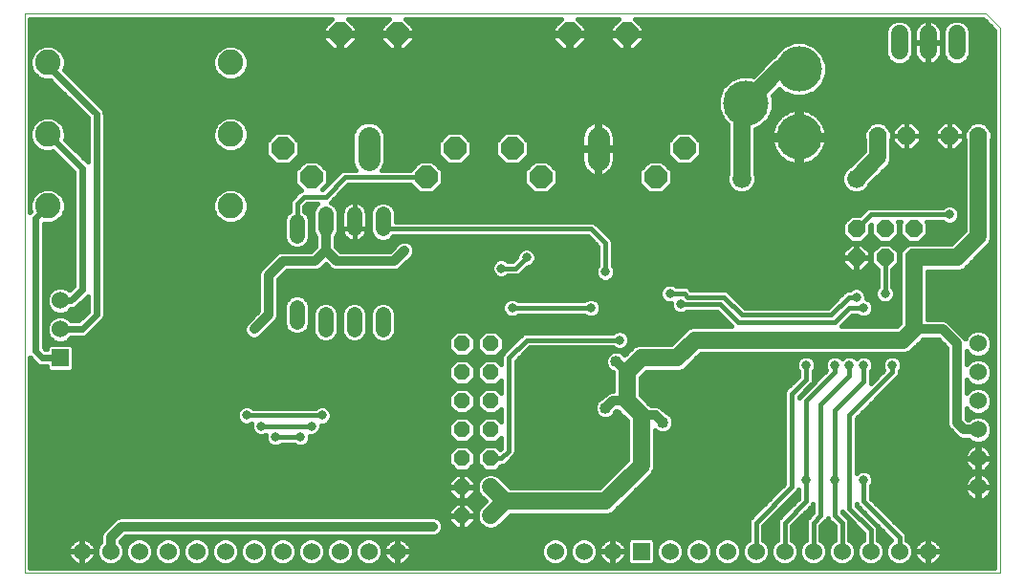
<source format=gbl>
G75*
G70*
%OFA0B0*%
%FSLAX24Y24*%
%IPPOS*%
%LPD*%
%AMOC8*
5,1,8,0,0,1.08239X$1,22.5*
%
%ADD10C,0.0000*%
%ADD11C,0.0600*%
%ADD12C,0.1580*%
%ADD13C,0.0600*%
%ADD14C,0.0660*%
%ADD15OC8,0.0620*%
%ADD16C,0.0620*%
%ADD17C,0.0886*%
%ADD18R,0.0600X0.0600*%
%ADD19C,0.0520*%
%ADD20C,0.0780*%
%ADD21OC8,0.0780*%
%ADD22OC8,0.0600*%
%ADD23OC8,0.0560*%
%ADD24C,0.0320*%
%ADD25C,0.0160*%
%ADD26C,0.0400*%
%ADD27C,0.0320*%
%ADD28C,0.0240*%
D10*
X000182Y000188D02*
X000182Y019688D01*
X033682Y019688D01*
X034182Y019188D01*
X034182Y000188D01*
X000182Y000188D01*
D11*
X002182Y000938D03*
X003182Y000938D03*
X004182Y000938D03*
X005182Y000938D03*
X006182Y000938D03*
X007182Y000938D03*
X008182Y000938D03*
X009182Y000938D03*
X010182Y000938D03*
X011182Y000938D03*
X012182Y000938D03*
X013182Y000938D03*
X018682Y000938D03*
X019682Y000938D03*
X020682Y000938D03*
X022682Y000938D03*
X023682Y000938D03*
X024682Y000938D03*
X025682Y000938D03*
X026682Y000938D03*
X027682Y000938D03*
X028682Y000938D03*
X029682Y000938D03*
X030682Y000938D03*
X031682Y000938D03*
X033432Y003188D03*
X033432Y004188D03*
X033432Y005188D03*
X033432Y006188D03*
X033432Y007188D03*
X033432Y008188D03*
X001432Y008688D03*
X001432Y009688D03*
D12*
X025332Y016575D03*
X027182Y015394D03*
X027182Y017756D03*
D13*
X026513Y017756D01*
X025332Y016575D01*
X025182Y016426D01*
X025182Y013938D01*
X029182Y013938D02*
X029932Y014688D01*
X029932Y015438D01*
X033432Y015438D02*
X033432Y011938D01*
X032682Y011188D01*
X031182Y011188D01*
X031182Y008688D01*
X030807Y008313D01*
X023557Y008313D01*
X022932Y007688D01*
X021682Y007688D01*
X021182Y007188D01*
X021182Y006188D01*
X021682Y005688D01*
X021682Y003938D01*
X020432Y002688D01*
X016932Y002688D01*
X016432Y002188D01*
X016932Y002688D02*
X016432Y003188D01*
X030682Y018388D02*
X030682Y018988D01*
X031682Y018988D02*
X031682Y018388D01*
X032682Y018388D02*
X032682Y018988D01*
D14*
X029182Y013938D03*
X025182Y013938D03*
D15*
X030932Y015438D03*
X032432Y015438D03*
D16*
X033432Y015438D03*
X029932Y015438D03*
D17*
X007371Y015488D03*
X007371Y017988D03*
X000993Y017988D03*
X000993Y015488D03*
X000993Y012988D03*
X007371Y012988D03*
D18*
X001432Y007688D03*
X021682Y000938D03*
D19*
X012682Y008668D02*
X012682Y009188D01*
X011682Y009188D02*
X011682Y008668D01*
X010682Y008668D02*
X010682Y009188D01*
X009682Y008928D02*
X009682Y009448D01*
X009682Y011928D02*
X009682Y012448D01*
X010682Y012188D02*
X010682Y012708D01*
X011682Y012708D02*
X011682Y012188D01*
X012682Y012188D02*
X012682Y012708D01*
D20*
X012182Y014598D02*
X012182Y015378D01*
X020182Y015378D02*
X020182Y014598D01*
D21*
X018182Y013988D03*
X017182Y014988D03*
X015182Y014988D03*
X014182Y013988D03*
X010182Y013988D03*
X009182Y014988D03*
X011182Y018988D03*
X013182Y018988D03*
X019182Y018988D03*
X021182Y018988D03*
X023182Y014988D03*
X022182Y013988D03*
D22*
X029182Y012188D03*
X030182Y012188D03*
X031182Y012188D03*
X031182Y011188D03*
X030182Y011188D03*
X029182Y011188D03*
D23*
X016432Y008188D03*
X015432Y008188D03*
X015432Y007188D03*
X016432Y007188D03*
X016432Y006188D03*
X015432Y006188D03*
X015432Y005188D03*
X016432Y005188D03*
X016432Y004188D03*
X015432Y004188D03*
X015432Y003188D03*
X016432Y003188D03*
X016432Y002188D03*
X015432Y002188D03*
D24*
X014432Y001813D03*
X017682Y004563D03*
X019682Y004438D03*
X020932Y005438D03*
X022432Y006563D03*
X023432Y007188D03*
X021932Y008563D03*
X020932Y008313D03*
X019932Y009438D03*
X020432Y010688D03*
X021682Y010438D03*
X022682Y009938D03*
X023057Y009563D03*
X024557Y010813D03*
X027432Y009688D03*
X029182Y009813D03*
X029432Y009438D03*
X030182Y009938D03*
X032057Y010313D03*
X032432Y012688D03*
X031432Y007438D03*
X030432Y007438D03*
X029432Y007438D03*
X028932Y007438D03*
X028432Y007438D03*
X027432Y007438D03*
X026432Y007438D03*
X031182Y005438D03*
X029432Y003438D03*
X028432Y003438D03*
X027432Y003438D03*
X026182Y003438D03*
X020182Y006938D03*
X017182Y009438D03*
X017432Y009938D03*
X016807Y010813D03*
X017682Y011188D03*
X018682Y010688D03*
X020182Y012688D03*
X014432Y009938D03*
X013432Y011438D03*
X008182Y008688D03*
X010932Y006688D03*
X010557Y005688D03*
X010182Y005313D03*
X009807Y004938D03*
X008932Y004938D03*
X008432Y005313D03*
X007932Y005688D03*
X009182Y003938D03*
X006432Y003938D03*
X003932Y004438D03*
X002432Y005438D03*
X005432Y005938D03*
X003932Y007938D03*
X013932Y007688D03*
X014432Y005688D03*
D25*
X014972Y005997D02*
X015242Y005728D01*
X015623Y005728D01*
X015892Y005997D01*
X015892Y006378D01*
X015623Y006648D01*
X015242Y006648D01*
X014972Y006378D01*
X014972Y005997D01*
X015025Y005945D02*
X010781Y005945D01*
X010750Y005976D02*
X010846Y005880D01*
X010897Y005755D01*
X010897Y005620D01*
X010846Y005495D01*
X010750Y005399D01*
X010625Y005348D01*
X010522Y005348D01*
X010522Y005245D01*
X010471Y005120D01*
X010375Y005024D01*
X010250Y004973D01*
X010147Y004973D01*
X010147Y004870D01*
X010096Y004745D01*
X010000Y004649D01*
X009875Y004598D01*
X009740Y004598D01*
X009615Y004649D01*
X009587Y004678D01*
X009153Y004678D01*
X009125Y004649D01*
X009000Y004598D01*
X008865Y004598D01*
X008740Y004649D01*
X008644Y004745D01*
X008592Y004870D01*
X008592Y005005D01*
X008595Y005012D01*
X008500Y004973D01*
X008365Y004973D01*
X008240Y005024D01*
X008144Y005120D01*
X008092Y005245D01*
X008092Y005380D01*
X008095Y005387D01*
X008000Y005348D01*
X007865Y005348D01*
X007740Y005399D01*
X007644Y005495D01*
X007592Y005620D01*
X007592Y005755D01*
X007644Y005880D01*
X007740Y005976D01*
X007865Y006028D01*
X008000Y006028D01*
X008125Y005976D01*
X008153Y005948D01*
X010337Y005948D01*
X010365Y005976D01*
X010490Y006028D01*
X010625Y006028D01*
X010750Y005976D01*
X010885Y005786D02*
X015184Y005786D01*
X015242Y005648D02*
X014972Y005378D01*
X014972Y004997D01*
X015242Y004728D01*
X015623Y004728D01*
X015892Y004997D01*
X015892Y005378D01*
X015623Y005648D01*
X015242Y005648D01*
X015222Y005627D02*
X010897Y005627D01*
X010819Y005469D02*
X015063Y005469D01*
X014972Y005310D02*
X010522Y005310D01*
X010484Y005152D02*
X014972Y005152D01*
X014976Y004993D02*
X010300Y004993D01*
X010133Y004835D02*
X015135Y004835D01*
X015242Y004648D02*
X014972Y004378D01*
X014972Y003997D01*
X015242Y003728D01*
X015623Y003728D01*
X015892Y003997D01*
X015892Y004378D01*
X015623Y004648D01*
X015242Y004648D01*
X015112Y004518D02*
X000362Y004518D01*
X000362Y004676D02*
X008713Y004676D01*
X008607Y004835D02*
X000362Y004835D01*
X000362Y004993D02*
X008315Y004993D01*
X008550Y004993D02*
X008592Y004993D01*
X008932Y004938D02*
X009807Y004938D01*
X010182Y005313D02*
X008432Y005313D01*
X008092Y005310D02*
X000362Y005310D01*
X000362Y005152D02*
X008131Y005152D01*
X007670Y005469D02*
X000362Y005469D01*
X000362Y005627D02*
X007592Y005627D01*
X007605Y005786D02*
X000362Y005786D01*
X000362Y005945D02*
X007708Y005945D01*
X007932Y005688D02*
X010557Y005688D01*
X010027Y004676D02*
X016797Y004676D01*
X016797Y004545D02*
X016761Y004509D01*
X016623Y004648D01*
X016242Y004648D01*
X015972Y004378D01*
X015972Y003997D01*
X016242Y003728D01*
X016623Y003728D01*
X016823Y003928D01*
X016859Y003928D01*
X016955Y003967D01*
X017028Y004040D01*
X017278Y004290D01*
X017317Y004386D01*
X017317Y004489D01*
X017317Y007580D01*
X017790Y008053D01*
X020712Y008053D01*
X020740Y008024D01*
X020865Y007973D01*
X021000Y007973D01*
X021125Y008024D01*
X021221Y008120D01*
X021272Y008245D01*
X021272Y008380D01*
X021221Y008505D01*
X021125Y008601D01*
X021000Y008653D01*
X020865Y008653D01*
X020740Y008601D01*
X020712Y008573D01*
X017631Y008573D01*
X017535Y008533D01*
X017462Y008460D01*
X016837Y007835D01*
X016797Y007739D01*
X016797Y007636D01*
X016797Y007473D01*
X016623Y007648D01*
X016242Y007648D01*
X015972Y007378D01*
X015972Y006997D01*
X016242Y006728D01*
X016623Y006728D01*
X016797Y006902D01*
X016797Y006473D01*
X016623Y006648D01*
X016242Y006648D01*
X015972Y006378D01*
X015972Y005997D01*
X016242Y005728D01*
X016623Y005728D01*
X016797Y005902D01*
X016797Y005473D01*
X016623Y005648D01*
X016242Y005648D01*
X015972Y005378D01*
X015972Y004997D01*
X016242Y004728D01*
X016623Y004728D01*
X016797Y004902D01*
X016797Y004545D01*
X016770Y004518D02*
X016753Y004518D01*
X017057Y004438D02*
X016807Y004188D01*
X016432Y004188D01*
X015972Y004201D02*
X015892Y004201D01*
X015892Y004359D02*
X015972Y004359D01*
X016112Y004518D02*
X015753Y004518D01*
X015730Y004835D02*
X016135Y004835D01*
X015976Y004993D02*
X015888Y004993D01*
X015892Y005152D02*
X015972Y005152D01*
X015972Y005310D02*
X015892Y005310D01*
X015802Y005469D02*
X016063Y005469D01*
X016222Y005627D02*
X015643Y005627D01*
X015681Y005786D02*
X016184Y005786D01*
X016025Y005945D02*
X015840Y005945D01*
X015892Y006103D02*
X015972Y006103D01*
X015972Y006262D02*
X015892Y006262D01*
X015850Y006420D02*
X016014Y006420D01*
X016173Y006579D02*
X015692Y006579D01*
X015623Y006728D02*
X015242Y006728D01*
X014972Y006997D01*
X014972Y007378D01*
X015242Y007648D01*
X015623Y007648D01*
X015892Y007378D01*
X015892Y006997D01*
X015623Y006728D01*
X015632Y006737D02*
X016232Y006737D01*
X016074Y006896D02*
X015791Y006896D01*
X015892Y007054D02*
X015972Y007054D01*
X015972Y007213D02*
X015892Y007213D01*
X015892Y007371D02*
X015972Y007371D01*
X016124Y007530D02*
X015741Y007530D01*
X015623Y007728D02*
X015242Y007728D01*
X014972Y007997D01*
X014972Y008378D01*
X015242Y008648D01*
X015623Y008648D01*
X015892Y008378D01*
X015892Y007997D01*
X015623Y007728D01*
X015742Y007847D02*
X016122Y007847D01*
X016242Y007728D02*
X015972Y007997D01*
X015972Y008378D01*
X016242Y008648D01*
X016623Y008648D01*
X016892Y008378D01*
X016892Y007997D01*
X016623Y007728D01*
X016242Y007728D01*
X015972Y008006D02*
X015892Y008006D01*
X015892Y008164D02*
X015972Y008164D01*
X015972Y008323D02*
X015892Y008323D01*
X015789Y008481D02*
X016075Y008481D01*
X016234Y008640D02*
X015631Y008640D01*
X015234Y008640D02*
X013122Y008640D01*
X013122Y008580D02*
X013055Y008418D01*
X012932Y008295D01*
X012770Y008228D01*
X012595Y008228D01*
X012433Y008295D01*
X012309Y008418D01*
X012242Y008580D01*
X012242Y009275D01*
X012309Y009437D01*
X012433Y009561D01*
X012595Y009628D01*
X012770Y009628D01*
X012932Y009561D01*
X013055Y009437D01*
X013122Y009275D01*
X013122Y008580D01*
X013081Y008481D02*
X015075Y008481D01*
X014972Y008323D02*
X012960Y008323D01*
X012405Y008323D02*
X011960Y008323D01*
X011932Y008295D02*
X012055Y008418D01*
X012122Y008580D01*
X012122Y009275D01*
X012055Y009437D01*
X011932Y009561D01*
X011770Y009628D01*
X011595Y009628D01*
X011433Y009561D01*
X011309Y009437D01*
X011242Y009275D01*
X011242Y008580D01*
X011309Y008418D01*
X011433Y008295D01*
X011595Y008228D01*
X011770Y008228D01*
X011932Y008295D01*
X012081Y008481D02*
X012283Y008481D01*
X012242Y008640D02*
X012122Y008640D01*
X012122Y008798D02*
X012242Y008798D01*
X012242Y008957D02*
X012122Y008957D01*
X012122Y009115D02*
X012242Y009115D01*
X012242Y009274D02*
X012122Y009274D01*
X012057Y009433D02*
X012308Y009433D01*
X012506Y009591D02*
X011858Y009591D01*
X011506Y009591D02*
X010858Y009591D01*
X010932Y009561D02*
X010770Y009628D01*
X010595Y009628D01*
X010433Y009561D01*
X010309Y009437D01*
X010242Y009275D01*
X010242Y008580D01*
X010309Y008418D01*
X010433Y008295D01*
X010595Y008228D01*
X010770Y008228D01*
X010932Y008295D01*
X011055Y008418D01*
X011122Y008580D01*
X011122Y009275D01*
X011055Y009437D01*
X010932Y009561D01*
X011057Y009433D02*
X011308Y009433D01*
X011242Y009274D02*
X011122Y009274D01*
X011122Y009115D02*
X011242Y009115D01*
X011242Y008957D02*
X011122Y008957D01*
X011122Y008798D02*
X011242Y008798D01*
X011242Y008640D02*
X011122Y008640D01*
X011081Y008481D02*
X011283Y008481D01*
X011405Y008323D02*
X010960Y008323D01*
X010405Y008323D02*
X001746Y008323D01*
X001704Y008281D02*
X001811Y008388D01*
X002242Y008388D01*
X002352Y008433D01*
X002437Y008518D01*
X002937Y009018D01*
X002982Y009128D01*
X002982Y009247D01*
X002982Y016247D01*
X002937Y016358D01*
X002852Y016442D01*
X001562Y017732D01*
X001616Y017864D01*
X001616Y018112D01*
X001521Y018341D01*
X001346Y018516D01*
X001117Y018611D01*
X000869Y018611D01*
X000641Y018516D01*
X000465Y018341D01*
X000370Y018112D01*
X000370Y017864D01*
X000465Y017635D01*
X000641Y017460D01*
X000869Y017365D01*
X001081Y017365D01*
X002382Y016063D01*
X002382Y014523D01*
X002352Y014553D01*
X001594Y015311D01*
X001616Y015364D01*
X001616Y015612D01*
X001521Y015841D01*
X001346Y016016D01*
X001117Y016111D01*
X000869Y016111D01*
X000641Y016016D01*
X000465Y015841D01*
X000370Y015612D01*
X000370Y015364D01*
X000465Y015135D01*
X000641Y014960D01*
X000869Y014865D01*
X001117Y014865D01*
X001170Y014887D01*
X001882Y014174D01*
X001882Y010187D01*
X001747Y010052D01*
X001704Y010095D01*
X001528Y010168D01*
X001337Y010168D01*
X001160Y010095D01*
X001025Y009960D01*
X000952Y009783D01*
X000952Y009592D01*
X001025Y009416D01*
X001160Y009281D01*
X001337Y009208D01*
X001528Y009208D01*
X001704Y009281D01*
X001811Y009388D01*
X001867Y009388D01*
X001977Y009433D01*
X002352Y009808D01*
X002352Y009808D01*
X002382Y009839D01*
X002382Y009312D01*
X002058Y008988D01*
X001811Y008988D01*
X001704Y009095D01*
X001528Y009168D01*
X001337Y009168D01*
X001160Y009095D01*
X001025Y008960D01*
X000952Y008783D01*
X000952Y008592D01*
X001025Y008416D01*
X001160Y008281D01*
X001337Y008208D01*
X001528Y008208D01*
X001704Y008281D01*
X001807Y008168D02*
X001912Y008062D01*
X001912Y007313D01*
X001807Y007208D01*
X001058Y007208D01*
X000952Y007313D01*
X000952Y007388D01*
X000867Y007388D01*
X000748Y007388D01*
X000637Y007433D01*
X000387Y007683D01*
X000362Y007709D01*
X000362Y000368D01*
X034002Y000368D01*
X034002Y019113D01*
X033608Y019508D01*
X021468Y019508D01*
X021752Y019224D01*
X021752Y019038D01*
X021233Y019038D01*
X021233Y018938D01*
X021752Y018938D01*
X021752Y018752D01*
X021418Y018418D01*
X021232Y018418D01*
X021232Y018937D01*
X021132Y018937D01*
X021132Y018418D01*
X020946Y018418D01*
X020612Y018752D01*
X020612Y018938D01*
X021132Y018938D01*
X021132Y019038D01*
X020612Y019038D01*
X020612Y019224D01*
X020896Y019508D01*
X019468Y019508D01*
X019752Y019224D01*
X019752Y019038D01*
X019233Y019038D01*
X019233Y018938D01*
X019752Y018938D01*
X019752Y018752D01*
X019418Y018418D01*
X019232Y018418D01*
X019232Y018937D01*
X019132Y018937D01*
X019132Y018418D01*
X018946Y018418D01*
X018612Y018752D01*
X018612Y018938D01*
X019132Y018938D01*
X019132Y019038D01*
X018612Y019038D01*
X018612Y019224D01*
X018896Y019508D01*
X013468Y019508D01*
X013752Y019224D01*
X013752Y019038D01*
X013233Y019038D01*
X013233Y018938D01*
X013752Y018938D01*
X013752Y018752D01*
X013418Y018418D01*
X013232Y018418D01*
X013232Y018937D01*
X013132Y018937D01*
X013132Y018418D01*
X012946Y018418D01*
X012612Y018752D01*
X012612Y018938D01*
X013132Y018938D01*
X013132Y019038D01*
X012612Y019038D01*
X012612Y019224D01*
X012896Y019508D01*
X011468Y019508D01*
X011752Y019224D01*
X011752Y019038D01*
X011233Y019038D01*
X011233Y018938D01*
X011752Y018938D01*
X011752Y018752D01*
X011418Y018418D01*
X011232Y018418D01*
X011232Y018937D01*
X011132Y018937D01*
X011132Y018418D01*
X010946Y018418D01*
X010612Y018752D01*
X010612Y018938D01*
X011132Y018938D01*
X011132Y019038D01*
X010612Y019038D01*
X010612Y019224D01*
X010896Y019508D01*
X000362Y019508D01*
X000362Y012781D01*
X000392Y012811D01*
X000370Y012864D01*
X000370Y013112D01*
X000465Y013341D01*
X000641Y013516D01*
X000869Y013611D01*
X001117Y013611D01*
X001346Y013516D01*
X001521Y013341D01*
X001616Y013112D01*
X001616Y012864D01*
X001521Y012635D01*
X001346Y012460D01*
X001117Y012365D01*
X000869Y012365D01*
X000857Y012370D01*
X000857Y008062D01*
X000932Y007988D01*
X000952Y007988D01*
X000952Y008062D01*
X001058Y008168D01*
X001807Y008168D01*
X001810Y008164D02*
X014972Y008164D01*
X014972Y008006D02*
X001912Y008006D01*
X001912Y007847D02*
X015122Y007847D01*
X015124Y007530D02*
X001912Y007530D01*
X001912Y007371D02*
X014972Y007371D01*
X014972Y007213D02*
X001812Y007213D01*
X001053Y007213D02*
X000362Y007213D01*
X000362Y007371D02*
X000952Y007371D01*
X000541Y007530D02*
X000362Y007530D01*
X000362Y007689D02*
X000382Y007689D01*
X000914Y008006D02*
X000952Y008006D01*
X000857Y008164D02*
X001054Y008164D01*
X001119Y008323D02*
X000857Y008323D01*
X000857Y008481D02*
X000998Y008481D01*
X000952Y008640D02*
X000857Y008640D01*
X000857Y008798D02*
X000959Y008798D01*
X001024Y008957D02*
X000857Y008957D01*
X000857Y009115D02*
X001211Y009115D01*
X001177Y009274D02*
X000857Y009274D01*
X000857Y009433D02*
X001018Y009433D01*
X000953Y009591D02*
X000857Y009591D01*
X000857Y009750D02*
X000952Y009750D01*
X001004Y009908D02*
X000857Y009908D01*
X000857Y010067D02*
X001133Y010067D01*
X000857Y010225D02*
X001882Y010225D01*
X001882Y010384D02*
X000857Y010384D01*
X000857Y010542D02*
X001882Y010542D01*
X001882Y010701D02*
X000857Y010701D01*
X000857Y010859D02*
X001882Y010859D01*
X001882Y011018D02*
X000857Y011018D01*
X000857Y011176D02*
X001882Y011176D01*
X001882Y011335D02*
X000857Y011335D01*
X000857Y011494D02*
X001882Y011494D01*
X001882Y011652D02*
X000857Y011652D01*
X000857Y011811D02*
X001882Y011811D01*
X001882Y011969D02*
X000857Y011969D01*
X000857Y012128D02*
X001882Y012128D01*
X001882Y012286D02*
X000857Y012286D01*
X001310Y012445D02*
X001882Y012445D01*
X001882Y012603D02*
X001490Y012603D01*
X001574Y012762D02*
X001882Y012762D01*
X001882Y012920D02*
X001616Y012920D01*
X001616Y013079D02*
X001882Y013079D01*
X001882Y013238D02*
X001564Y013238D01*
X001466Y013396D02*
X001882Y013396D01*
X001882Y013555D02*
X001252Y013555D01*
X000734Y013555D02*
X000362Y013555D01*
X000362Y013713D02*
X001882Y013713D01*
X001882Y013872D02*
X000362Y013872D01*
X000362Y014030D02*
X001882Y014030D01*
X001868Y014189D02*
X000362Y014189D01*
X000362Y014347D02*
X001709Y014347D01*
X001551Y014506D02*
X000362Y014506D01*
X000362Y014664D02*
X001392Y014664D01*
X001234Y014823D02*
X000362Y014823D01*
X000362Y014982D02*
X000619Y014982D01*
X000463Y015140D02*
X000362Y015140D01*
X000362Y015299D02*
X000397Y015299D01*
X000370Y015457D02*
X000362Y015457D01*
X000362Y015616D02*
X000372Y015616D01*
X000362Y015774D02*
X000438Y015774D01*
X000362Y015933D02*
X000558Y015933D01*
X000362Y016091D02*
X000823Y016091D01*
X001164Y016091D02*
X002354Y016091D01*
X002382Y015933D02*
X001429Y015933D01*
X001549Y015774D02*
X002382Y015774D01*
X002382Y015616D02*
X001615Y015616D01*
X001616Y015457D02*
X002382Y015457D01*
X002382Y015299D02*
X001607Y015299D01*
X001765Y015140D02*
X002382Y015140D01*
X002382Y014982D02*
X001924Y014982D01*
X002082Y014823D02*
X002382Y014823D01*
X002382Y014664D02*
X002241Y014664D01*
X002352Y014553D02*
X002352Y014553D01*
X002982Y014506D02*
X008858Y014506D01*
X008946Y014418D02*
X008612Y014752D01*
X008612Y015224D01*
X008946Y015558D01*
X009418Y015558D01*
X009752Y015224D01*
X009752Y014752D01*
X009418Y014418D01*
X008946Y014418D01*
X008700Y014664D02*
X002982Y014664D01*
X002982Y014823D02*
X008612Y014823D01*
X008612Y014982D02*
X007746Y014982D01*
X007724Y014960D02*
X007899Y015135D01*
X007994Y015364D01*
X007994Y015612D01*
X007899Y015841D01*
X007724Y016016D01*
X007495Y016111D01*
X007247Y016111D01*
X007018Y016016D01*
X006843Y015841D01*
X006748Y015612D01*
X006748Y015364D01*
X006843Y015135D01*
X007018Y014960D01*
X007247Y014865D01*
X007495Y014865D01*
X007724Y014960D01*
X007902Y015140D02*
X008612Y015140D01*
X008687Y015299D02*
X007967Y015299D01*
X007994Y015457D02*
X008846Y015457D01*
X009519Y015457D02*
X011612Y015457D01*
X011612Y015491D02*
X011612Y014484D01*
X011699Y014275D01*
X011726Y014248D01*
X011409Y014248D01*
X011306Y014248D01*
X011210Y014208D01*
X010575Y013573D01*
X010573Y013573D01*
X010752Y013752D01*
X010752Y014224D01*
X010418Y014558D01*
X009946Y014558D01*
X009612Y014224D01*
X009612Y013752D01*
X009818Y013546D01*
X009785Y013533D01*
X009712Y013460D01*
X009535Y013283D01*
X009462Y013210D01*
X009422Y013114D01*
X009422Y012810D01*
X009309Y012697D01*
X009242Y012535D01*
X009242Y011840D01*
X009309Y011678D01*
X009433Y011555D01*
X009595Y011488D01*
X009770Y011488D01*
X009932Y011555D01*
X010055Y011678D01*
X010122Y011840D01*
X010122Y012535D01*
X010055Y012697D01*
X009942Y012810D01*
X009942Y012955D01*
X010040Y013053D01*
X010405Y013053D01*
X010309Y012957D01*
X010242Y012795D01*
X010242Y012100D01*
X010309Y011938D01*
X010342Y011905D01*
X010342Y011579D01*
X010167Y011403D01*
X009115Y011403D01*
X008990Y011351D01*
X008894Y011255D01*
X008394Y010755D01*
X008342Y010630D01*
X008342Y010495D01*
X008342Y009329D01*
X007894Y008880D01*
X007842Y008755D01*
X007842Y008620D01*
X007894Y008495D01*
X007990Y008399D01*
X008115Y008348D01*
X008250Y008348D01*
X008375Y008399D01*
X008971Y008995D01*
X009022Y009120D01*
X009022Y009255D01*
X009022Y010422D01*
X009323Y010723D01*
X010375Y010723D01*
X010500Y010774D01*
X010596Y010870D01*
X010682Y010957D01*
X010865Y010774D01*
X010990Y010723D01*
X011125Y010723D01*
X013125Y010723D01*
X013250Y010774D01*
X013346Y010870D01*
X013721Y011245D01*
X013772Y011370D01*
X013772Y011505D01*
X013721Y011630D01*
X013625Y011726D01*
X013500Y011778D01*
X013365Y011778D01*
X013240Y011726D01*
X012917Y011403D01*
X011198Y011403D01*
X011022Y011579D01*
X011022Y011905D01*
X011055Y011938D01*
X011122Y012100D01*
X011122Y012795D01*
X011055Y012957D01*
X010932Y013081D01*
X010851Y013114D01*
X011465Y013728D01*
X013636Y013728D01*
X013946Y013418D01*
X014418Y013418D01*
X014752Y013752D01*
X014752Y014224D01*
X014418Y014558D01*
X013946Y014558D01*
X013636Y014248D01*
X012638Y014248D01*
X012666Y014275D01*
X012752Y014484D01*
X012752Y015491D01*
X012666Y015701D01*
X012505Y015861D01*
X012296Y015948D01*
X012069Y015948D01*
X011859Y015861D01*
X011699Y015701D01*
X011612Y015491D01*
X011664Y015616D02*
X007993Y015616D01*
X007927Y015774D02*
X011773Y015774D01*
X012033Y015933D02*
X007807Y015933D01*
X007542Y016091D02*
X024482Y016091D01*
X024510Y016026D02*
X024702Y015833D01*
X024702Y014112D01*
X024672Y014039D01*
X024672Y013836D01*
X024750Y013649D01*
X024893Y013505D01*
X025081Y013428D01*
X025284Y013428D01*
X025471Y013505D01*
X025615Y013649D01*
X025692Y013836D01*
X025692Y014039D01*
X025662Y014112D01*
X025662Y015662D01*
X025881Y015753D01*
X026154Y016026D01*
X026302Y016382D01*
X026302Y016768D01*
X026273Y016838D01*
X026501Y017066D01*
X026633Y016934D01*
X026989Y016786D01*
X027375Y016786D01*
X027732Y016934D01*
X028005Y017207D01*
X028152Y017563D01*
X028152Y017949D01*
X028005Y018306D01*
X027732Y018579D01*
X027375Y018726D01*
X026989Y018726D01*
X026633Y018579D01*
X026360Y018306D01*
X026313Y018193D01*
X026241Y018163D01*
X025594Y017516D01*
X025525Y017545D01*
X025139Y017545D01*
X024782Y017397D01*
X024510Y017125D01*
X024362Y016768D01*
X024362Y016382D01*
X024510Y016026D01*
X024602Y015933D02*
X020319Y015933D01*
X020316Y015934D02*
X020232Y015947D01*
X020232Y015038D01*
X020132Y015038D01*
X020132Y014938D01*
X019612Y014938D01*
X019612Y014553D01*
X019626Y014464D01*
X019654Y014379D01*
X019695Y014299D01*
X019748Y014226D01*
X019811Y014163D01*
X019884Y014110D01*
X019964Y014069D01*
X020049Y014042D01*
X020132Y014029D01*
X020132Y014937D01*
X020232Y014937D01*
X020232Y014029D01*
X020316Y014042D01*
X020401Y014069D01*
X020481Y014110D01*
X020554Y014163D01*
X020617Y014226D01*
X020670Y014299D01*
X020711Y014379D01*
X020738Y014464D01*
X020752Y014553D01*
X020752Y014938D01*
X020233Y014938D01*
X020233Y015038D01*
X020752Y015038D01*
X020752Y015423D01*
X020738Y015511D01*
X020711Y015596D01*
X020670Y015676D01*
X020617Y015749D01*
X020554Y015812D01*
X020481Y015865D01*
X020401Y015906D01*
X020316Y015934D01*
X020232Y015933D02*
X020132Y015933D01*
X020132Y015947D02*
X020049Y015934D01*
X019964Y015906D01*
X019884Y015865D01*
X019811Y015812D01*
X019748Y015749D01*
X019695Y015676D01*
X019654Y015596D01*
X019626Y015511D01*
X019612Y015423D01*
X019612Y015038D01*
X020132Y015038D01*
X020132Y015947D01*
X020046Y015933D02*
X012332Y015933D01*
X012592Y015774D02*
X019773Y015774D01*
X019664Y015616D02*
X012701Y015616D01*
X012752Y015457D02*
X014846Y015457D01*
X014946Y015558D02*
X014612Y015224D01*
X014612Y014752D01*
X014946Y014418D01*
X015418Y014418D01*
X015752Y014752D01*
X015752Y015224D01*
X015418Y015558D01*
X014946Y015558D01*
X014687Y015299D02*
X012752Y015299D01*
X012752Y015140D02*
X014612Y015140D01*
X014612Y014982D02*
X012752Y014982D01*
X012752Y014823D02*
X014612Y014823D01*
X014700Y014664D02*
X012752Y014664D01*
X012752Y014506D02*
X013894Y014506D01*
X013736Y014347D02*
X012696Y014347D01*
X011669Y014347D02*
X010629Y014347D01*
X010752Y014189D02*
X011191Y014189D01*
X011032Y014030D02*
X010752Y014030D01*
X010752Y013872D02*
X010874Y013872D01*
X010715Y013713D02*
X010714Y013713D01*
X011292Y013555D02*
X013809Y013555D01*
X013651Y013713D02*
X011450Y013713D01*
X011357Y013988D02*
X010682Y013313D01*
X009932Y013313D01*
X009682Y013063D01*
X009682Y012188D01*
X010122Y012128D02*
X010242Y012128D01*
X010242Y012286D02*
X010122Y012286D01*
X010122Y012445D02*
X010242Y012445D01*
X010242Y012603D02*
X010094Y012603D01*
X009990Y012762D02*
X010242Y012762D01*
X010294Y012920D02*
X009942Y012920D01*
X009422Y012920D02*
X007994Y012920D01*
X007994Y012864D02*
X007899Y012635D01*
X007724Y012460D01*
X007495Y012365D01*
X007247Y012365D01*
X007018Y012460D01*
X006843Y012635D01*
X006748Y012864D01*
X006748Y013112D01*
X006843Y013341D01*
X007018Y013516D01*
X007247Y013611D01*
X007495Y013611D01*
X007724Y013516D01*
X007899Y013341D01*
X007994Y013112D01*
X007994Y012864D01*
X007952Y012762D02*
X009374Y012762D01*
X009271Y012603D02*
X007868Y012603D01*
X007688Y012445D02*
X009242Y012445D01*
X009242Y012286D02*
X002982Y012286D01*
X002982Y012128D02*
X009242Y012128D01*
X009242Y011969D02*
X002982Y011969D01*
X002982Y011811D02*
X009255Y011811D01*
X009336Y011652D02*
X002982Y011652D01*
X002982Y011494D02*
X009581Y011494D01*
X009784Y011494D02*
X010257Y011494D01*
X010342Y011652D02*
X010029Y011652D01*
X010110Y011811D02*
X010342Y011811D01*
X010297Y011969D02*
X010122Y011969D01*
X011022Y011811D02*
X011453Y011811D01*
X011452Y011811D02*
X011513Y011780D01*
X011579Y011759D01*
X011648Y011748D01*
X011682Y011748D01*
X011682Y012187D01*
X011683Y012187D01*
X011683Y012188D01*
X012122Y012188D01*
X012122Y012742D01*
X012111Y012811D01*
X012090Y012877D01*
X012059Y012938D01*
X012018Y012994D01*
X011969Y013043D01*
X011913Y013084D01*
X011851Y013115D01*
X011785Y013137D01*
X011717Y013148D01*
X011683Y013148D01*
X011683Y012188D01*
X011682Y012188D01*
X011682Y012187D01*
X011242Y012187D01*
X011242Y012153D01*
X011253Y012085D01*
X011275Y012019D01*
X011306Y011957D01*
X011347Y011901D01*
X011396Y011852D01*
X011452Y011811D01*
X011300Y011969D02*
X011068Y011969D01*
X011122Y012128D02*
X011246Y012128D01*
X011242Y012188D02*
X011682Y012188D01*
X011682Y013148D01*
X011648Y013148D01*
X011579Y013137D01*
X011513Y013115D01*
X011452Y013084D01*
X011396Y013043D01*
X011347Y012994D01*
X011306Y012938D01*
X011275Y012877D01*
X011253Y012811D01*
X011242Y012742D01*
X011242Y012188D01*
X011242Y012286D02*
X011122Y012286D01*
X011122Y012445D02*
X011242Y012445D01*
X011242Y012603D02*
X011122Y012603D01*
X011122Y012762D02*
X011245Y012762D01*
X011297Y012920D02*
X011070Y012920D01*
X010933Y013079D02*
X011445Y013079D01*
X011682Y013079D02*
X011683Y013079D01*
X011682Y012920D02*
X011683Y012920D01*
X011682Y012762D02*
X011683Y012762D01*
X011682Y012603D02*
X011683Y012603D01*
X011682Y012445D02*
X011683Y012445D01*
X011682Y012286D02*
X011683Y012286D01*
X011683Y012187D02*
X012122Y012187D01*
X012122Y012153D01*
X012111Y012085D01*
X012090Y012019D01*
X012059Y011957D01*
X012018Y011901D01*
X011969Y011852D01*
X011913Y011811D01*
X011851Y011780D01*
X011785Y011759D01*
X011717Y011748D01*
X011683Y011748D01*
X011683Y012187D01*
X011682Y012128D02*
X011683Y012128D01*
X011682Y011969D02*
X011683Y011969D01*
X011682Y011811D02*
X011683Y011811D01*
X011912Y011811D02*
X012443Y011811D01*
X012433Y011815D02*
X012595Y011748D01*
X012770Y011748D01*
X012932Y011815D01*
X013045Y011928D01*
X019825Y011928D01*
X020172Y011580D01*
X020172Y010908D01*
X020144Y010880D01*
X020092Y010755D01*
X020092Y010620D01*
X020144Y010495D01*
X020240Y010399D01*
X020365Y010348D01*
X020500Y010348D01*
X020625Y010399D01*
X020721Y010495D01*
X020772Y010620D01*
X020772Y010755D01*
X020721Y010880D01*
X020692Y010908D01*
X020692Y011636D01*
X020692Y011739D01*
X020653Y011835D01*
X020153Y012335D01*
X020080Y012408D01*
X019984Y012448D01*
X013122Y012448D01*
X013122Y012795D01*
X013055Y012957D01*
X012932Y013081D01*
X012770Y013148D01*
X012595Y013148D01*
X012433Y013081D01*
X012309Y012957D01*
X012242Y012795D01*
X012242Y012100D01*
X012309Y011938D01*
X012433Y011815D01*
X012297Y011969D02*
X012065Y011969D01*
X012118Y012128D02*
X012242Y012128D01*
X012242Y012286D02*
X012122Y012286D01*
X012122Y012445D02*
X012242Y012445D01*
X012242Y012603D02*
X012122Y012603D01*
X012119Y012762D02*
X012242Y012762D01*
X012294Y012920D02*
X012068Y012920D01*
X011920Y013079D02*
X012431Y013079D01*
X012933Y013079D02*
X032952Y013079D01*
X032952Y012920D02*
X032680Y012920D01*
X032721Y012880D02*
X032625Y012976D01*
X032500Y013028D01*
X032365Y013028D01*
X032240Y012976D01*
X032212Y012948D01*
X029631Y012948D01*
X029535Y012908D01*
X029462Y012835D01*
X029295Y012668D01*
X028984Y012668D01*
X028702Y012386D01*
X028702Y011989D01*
X028984Y011708D01*
X029381Y011708D01*
X029662Y011989D01*
X029662Y012300D01*
X029702Y012340D01*
X029702Y011989D01*
X029984Y011708D01*
X030381Y011708D01*
X030662Y011989D01*
X030662Y012386D01*
X030621Y012428D01*
X030744Y012428D01*
X030702Y012386D01*
X030702Y011989D01*
X030984Y011708D01*
X031381Y011708D01*
X031662Y011989D01*
X031662Y012386D01*
X031621Y012428D01*
X032212Y012428D01*
X032240Y012399D01*
X032365Y012348D01*
X032500Y012348D01*
X032625Y012399D01*
X032721Y012495D01*
X032772Y012620D01*
X032772Y012755D01*
X032721Y012880D01*
X032770Y012762D02*
X032952Y012762D01*
X032952Y012603D02*
X032765Y012603D01*
X032670Y012445D02*
X032952Y012445D01*
X032952Y012286D02*
X031662Y012286D01*
X031662Y012128D02*
X032944Y012128D01*
X032952Y012137D02*
X032484Y011668D01*
X031381Y011668D01*
X030984Y011668D01*
X030911Y011595D01*
X030910Y011595D01*
X030775Y011460D01*
X030775Y011460D01*
X030702Y011386D01*
X030702Y010989D01*
X030702Y008886D01*
X030609Y008793D01*
X028655Y008793D01*
X029040Y009178D01*
X029212Y009178D01*
X029240Y009149D01*
X029365Y009098D01*
X029500Y009098D01*
X029625Y009149D01*
X029721Y009245D01*
X029772Y009370D01*
X029772Y009505D01*
X029721Y009630D01*
X029625Y009726D01*
X029522Y009768D01*
X029522Y009880D01*
X029471Y010005D01*
X029375Y010101D01*
X029250Y010153D01*
X029115Y010153D01*
X028990Y010101D01*
X028962Y010073D01*
X028881Y010073D01*
X028785Y010033D01*
X028712Y009960D01*
X028200Y009448D01*
X025290Y009448D01*
X024778Y009960D01*
X024705Y010033D01*
X024609Y010073D01*
X023415Y010073D01*
X023403Y010085D01*
X023330Y010158D01*
X023234Y010198D01*
X022903Y010198D01*
X022875Y010226D01*
X022750Y010278D01*
X022615Y010278D01*
X022490Y010226D01*
X022394Y010130D01*
X022342Y010005D01*
X022342Y009870D01*
X022394Y009745D01*
X022490Y009649D01*
X022615Y009598D01*
X022717Y009598D01*
X022717Y009495D01*
X022769Y009370D01*
X022865Y009274D01*
X022990Y009223D01*
X023125Y009223D01*
X023250Y009274D01*
X023278Y009303D01*
X024325Y009303D01*
X024835Y008793D01*
X023462Y008793D01*
X023285Y008720D01*
X023150Y008585D01*
X022734Y008168D01*
X021778Y008168D01*
X021587Y008168D01*
X021410Y008095D01*
X021112Y007796D01*
X021023Y007885D01*
X020883Y007943D01*
X020732Y007943D01*
X020592Y007885D01*
X020485Y007778D01*
X020427Y007638D01*
X020427Y007487D01*
X020485Y007347D01*
X020592Y007241D01*
X020689Y007201D01*
X020702Y007187D01*
X020702Y006528D01*
X020615Y006528D01*
X020490Y006476D01*
X020314Y006300D01*
X020217Y006260D01*
X020110Y006153D01*
X020052Y006013D01*
X020052Y005862D01*
X020110Y005722D01*
X020217Y005616D01*
X020357Y005558D01*
X020508Y005558D01*
X020648Y005616D01*
X020754Y005722D01*
X020794Y005819D01*
X020823Y005848D01*
X020844Y005848D01*
X020910Y005781D01*
X021202Y005489D01*
X021202Y004137D01*
X020234Y003168D01*
X017131Y003168D01*
X016704Y003595D01*
X016656Y003615D01*
X016623Y003648D01*
X016576Y003648D01*
X016528Y003668D01*
X016337Y003668D01*
X016289Y003648D01*
X016242Y003648D01*
X016209Y003615D01*
X016160Y003595D01*
X016025Y003460D01*
X016005Y003411D01*
X015972Y003378D01*
X015972Y003331D01*
X015952Y003283D01*
X015952Y003092D01*
X015972Y003044D01*
X015972Y002997D01*
X016005Y002964D01*
X016025Y002916D01*
X016254Y002688D01*
X016025Y002460D01*
X016005Y002411D01*
X015972Y002378D01*
X015972Y002331D01*
X015952Y002283D01*
X015952Y002092D01*
X015972Y002044D01*
X015972Y001997D01*
X016005Y001964D01*
X016025Y001916D01*
X016160Y001781D01*
X016209Y001761D01*
X016242Y001728D01*
X016289Y001728D01*
X016337Y001708D01*
X016528Y001708D01*
X016576Y001728D01*
X016623Y001728D01*
X016656Y001761D01*
X016704Y001781D01*
X017131Y002208D01*
X020528Y002208D01*
X020704Y002281D01*
X020839Y002416D01*
X022089Y003666D01*
X022162Y003842D01*
X022162Y004033D01*
X022162Y005170D01*
X022217Y005116D01*
X022357Y005058D01*
X022508Y005058D01*
X022648Y005116D01*
X022754Y005222D01*
X022812Y005362D01*
X022812Y005513D01*
X022754Y005653D01*
X022648Y005760D01*
X022551Y005800D01*
X022375Y005976D01*
X022250Y006028D01*
X022115Y006028D01*
X022021Y006028D01*
X021662Y006387D01*
X021662Y006989D01*
X021881Y007208D01*
X023028Y007208D01*
X023204Y007281D01*
X023339Y007416D01*
X023756Y007833D01*
X030712Y007833D01*
X030903Y007833D01*
X031079Y007906D01*
X031454Y008281D01*
X031521Y008348D01*
X032042Y008348D01*
X032342Y008047D01*
X032342Y005370D01*
X032394Y005245D01*
X032490Y005149D01*
X032644Y004995D01*
X032740Y004899D01*
X032865Y004848D01*
X033094Y004848D01*
X033160Y004781D01*
X033337Y004708D01*
X033528Y004708D01*
X033704Y004781D01*
X033839Y004916D01*
X033912Y005092D01*
X033912Y005283D01*
X033839Y005460D01*
X033704Y005595D01*
X033528Y005668D01*
X033337Y005668D01*
X033160Y005595D01*
X033094Y005528D01*
X033073Y005528D01*
X033022Y005579D01*
X033022Y005923D01*
X033025Y005916D01*
X033160Y005781D01*
X033337Y005708D01*
X033528Y005708D01*
X033704Y005781D01*
X033839Y005916D01*
X033912Y006092D01*
X033912Y006283D01*
X033839Y006460D01*
X033704Y006595D01*
X033528Y006668D01*
X033337Y006668D01*
X033160Y006595D01*
X033025Y006460D01*
X033022Y006452D01*
X033022Y006923D01*
X033025Y006916D01*
X033160Y006781D01*
X033337Y006708D01*
X033528Y006708D01*
X033704Y006781D01*
X033839Y006916D01*
X033912Y007092D01*
X033912Y007283D01*
X033839Y007460D01*
X033704Y007595D01*
X033528Y007668D01*
X033337Y007668D01*
X033160Y007595D01*
X033025Y007460D01*
X033022Y007452D01*
X033022Y007923D01*
X033025Y007916D01*
X033160Y007781D01*
X033337Y007708D01*
X033528Y007708D01*
X033704Y007781D01*
X033839Y007916D01*
X033912Y008092D01*
X033912Y008283D01*
X033839Y008460D01*
X033704Y008595D01*
X033528Y008668D01*
X033337Y008668D01*
X033160Y008595D01*
X033025Y008460D01*
X032982Y008354D01*
X032971Y008380D01*
X032471Y008880D01*
X032375Y008976D01*
X032250Y009028D01*
X031662Y009028D01*
X031662Y010708D01*
X032587Y010708D01*
X032778Y010708D01*
X032954Y010781D01*
X033704Y011531D01*
X033839Y011666D01*
X033912Y011842D01*
X033912Y015316D01*
X033922Y015340D01*
X033922Y015535D01*
X033848Y015715D01*
X033710Y015853D01*
X033530Y015928D01*
X033335Y015928D01*
X033155Y015853D01*
X033017Y015715D01*
X032942Y015535D01*
X032942Y015340D01*
X032952Y015316D01*
X032952Y012137D01*
X032785Y011969D02*
X031643Y011969D01*
X031484Y011811D02*
X032626Y011811D01*
X033350Y011176D02*
X034002Y011176D01*
X034002Y011018D02*
X033191Y011018D01*
X033033Y010859D02*
X034002Y010859D01*
X034002Y010701D02*
X031662Y010701D01*
X031662Y010542D02*
X034002Y010542D01*
X034002Y010384D02*
X031662Y010384D01*
X031662Y010225D02*
X034002Y010225D01*
X034002Y010067D02*
X031662Y010067D01*
X031662Y009908D02*
X034002Y009908D01*
X034002Y009750D02*
X031662Y009750D01*
X031662Y009591D02*
X034002Y009591D01*
X034002Y009433D02*
X031662Y009433D01*
X031662Y009274D02*
X034002Y009274D01*
X034002Y009115D02*
X031662Y009115D01*
X032394Y008957D02*
X034002Y008957D01*
X034002Y008798D02*
X032552Y008798D01*
X032711Y008640D02*
X033270Y008640D01*
X033047Y008481D02*
X032870Y008481D01*
X032342Y008006D02*
X031179Y008006D01*
X031338Y008164D02*
X032225Y008164D01*
X032067Y008323D02*
X031496Y008323D01*
X031454Y008281D02*
X031454Y008281D01*
X030938Y007847D02*
X032342Y007847D01*
X032342Y007689D02*
X030662Y007689D01*
X030625Y007726D02*
X030500Y007778D01*
X030365Y007778D01*
X030240Y007726D01*
X030144Y007630D01*
X030092Y007505D01*
X030092Y007370D01*
X030138Y007261D01*
X029692Y006815D01*
X029692Y007217D01*
X029721Y007245D01*
X029772Y007370D01*
X029772Y007505D01*
X029721Y007630D01*
X029625Y007726D01*
X029500Y007778D01*
X029365Y007778D01*
X029240Y007726D01*
X029182Y007668D01*
X029125Y007726D01*
X029000Y007778D01*
X028865Y007778D01*
X028740Y007726D01*
X028682Y007668D01*
X028625Y007726D01*
X028500Y007778D01*
X028365Y007778D01*
X028240Y007726D01*
X028144Y007630D01*
X028092Y007505D01*
X028092Y007370D01*
X028138Y007261D01*
X027285Y006408D01*
X027212Y006335D01*
X027192Y006288D01*
X027192Y006330D01*
X027580Y006717D01*
X027653Y006790D01*
X027692Y006886D01*
X027692Y007217D01*
X027721Y007245D01*
X027772Y007370D01*
X027772Y007505D01*
X027721Y007630D01*
X027625Y007726D01*
X027500Y007778D01*
X027365Y007778D01*
X027240Y007726D01*
X027144Y007630D01*
X027092Y007505D01*
X027092Y007370D01*
X027144Y007245D01*
X027172Y007217D01*
X027172Y007045D01*
X026712Y006585D01*
X026672Y006489D01*
X026672Y006386D01*
X026672Y003295D01*
X025462Y002085D01*
X025422Y001989D01*
X025422Y001886D01*
X025422Y001350D01*
X025410Y001345D01*
X025275Y001210D01*
X025202Y001033D01*
X025202Y000842D01*
X025275Y000666D01*
X025410Y000531D01*
X025587Y000458D01*
X025778Y000458D01*
X025954Y000531D01*
X026089Y000666D01*
X026162Y000842D01*
X026162Y001033D01*
X026089Y001210D01*
X025954Y001345D01*
X025942Y001350D01*
X025942Y001830D01*
X027080Y002967D01*
X027153Y003040D01*
X027172Y003088D01*
X027172Y002795D01*
X026462Y002085D01*
X026422Y001989D01*
X026422Y001886D01*
X026422Y001350D01*
X026410Y001345D01*
X026275Y001210D01*
X026202Y001033D01*
X026202Y000842D01*
X026275Y000666D01*
X026410Y000531D01*
X026587Y000458D01*
X026778Y000458D01*
X026954Y000531D01*
X027089Y000666D01*
X027162Y000842D01*
X027162Y001033D01*
X027089Y001210D01*
X026954Y001345D01*
X026942Y001350D01*
X026942Y001830D01*
X027653Y002540D01*
X027672Y002588D01*
X027672Y002295D01*
X027462Y002085D01*
X027422Y001989D01*
X027422Y001886D01*
X027422Y001350D01*
X027410Y001345D01*
X027275Y001210D01*
X027202Y001033D01*
X027202Y000842D01*
X027275Y000666D01*
X027410Y000531D01*
X027587Y000458D01*
X027778Y000458D01*
X027954Y000531D01*
X028089Y000666D01*
X028162Y000842D01*
X028162Y001033D01*
X028089Y001210D01*
X027954Y001345D01*
X027942Y001350D01*
X027942Y001830D01*
X028080Y001967D01*
X028153Y002040D01*
X028183Y002112D01*
X028212Y002041D01*
X028422Y001831D01*
X028422Y001350D01*
X028410Y001345D01*
X028275Y001210D01*
X028202Y001033D01*
X028202Y000842D01*
X028275Y000666D01*
X028410Y000531D01*
X028587Y000458D01*
X028778Y000458D01*
X028954Y000531D01*
X029089Y000666D01*
X029162Y000842D01*
X029162Y001033D01*
X029089Y001210D01*
X028954Y001345D01*
X028942Y001350D01*
X028942Y001990D01*
X028903Y002086D01*
X028830Y002159D01*
X028692Y002296D01*
X028692Y002338D01*
X028712Y002290D01*
X028785Y002217D01*
X029422Y001580D01*
X029422Y001350D01*
X029410Y001345D01*
X029275Y001210D01*
X029202Y001033D01*
X029202Y000842D01*
X029275Y000666D01*
X029410Y000531D01*
X029587Y000458D01*
X029778Y000458D01*
X029954Y000531D01*
X030089Y000666D01*
X030162Y000842D01*
X030162Y001033D01*
X030089Y001210D01*
X029954Y001345D01*
X029942Y001350D01*
X029942Y001636D01*
X029942Y001739D01*
X029903Y001835D01*
X029192Y002545D01*
X029192Y002589D01*
X029212Y002541D01*
X030410Y001344D01*
X030275Y001210D01*
X030202Y001033D01*
X030202Y000842D01*
X030275Y000666D01*
X030410Y000531D01*
X030587Y000458D01*
X030778Y000458D01*
X030954Y000531D01*
X031089Y000666D01*
X031162Y000842D01*
X031162Y001033D01*
X031089Y001210D01*
X030954Y001345D01*
X030942Y001350D01*
X030942Y001490D01*
X030903Y001586D01*
X030830Y001659D01*
X029692Y002796D01*
X029692Y003217D01*
X029721Y003245D01*
X029772Y003370D01*
X029772Y003505D01*
X029721Y003630D01*
X029625Y003726D01*
X029500Y003778D01*
X029365Y003778D01*
X029240Y003726D01*
X029192Y003678D01*
X029192Y005580D01*
X030580Y006967D01*
X030653Y007040D01*
X030692Y007136D01*
X030692Y007217D01*
X030721Y007245D01*
X030772Y007370D01*
X030772Y007505D01*
X030721Y007630D01*
X030625Y007726D01*
X030762Y007530D02*
X032342Y007530D01*
X032342Y007371D02*
X030772Y007371D01*
X030692Y007213D02*
X032342Y007213D01*
X032342Y007054D02*
X030659Y007054D01*
X030508Y006896D02*
X032342Y006896D01*
X032342Y006737D02*
X030350Y006737D01*
X030191Y006579D02*
X032342Y006579D01*
X032342Y006420D02*
X030033Y006420D01*
X029874Y006262D02*
X032342Y006262D01*
X032342Y006103D02*
X029715Y006103D01*
X029557Y005945D02*
X032342Y005945D01*
X032342Y005786D02*
X029398Y005786D01*
X029240Y005627D02*
X032342Y005627D01*
X032342Y005469D02*
X029192Y005469D01*
X029192Y005310D02*
X032367Y005310D01*
X032487Y005152D02*
X029192Y005152D01*
X029192Y004993D02*
X032646Y004993D01*
X033106Y004835D02*
X029192Y004835D01*
X029192Y004676D02*
X034002Y004676D01*
X034002Y004518D02*
X033781Y004518D01*
X033798Y004500D02*
X033745Y004554D01*
X033684Y004598D01*
X033617Y004633D01*
X033545Y004656D01*
X033470Y004668D01*
X033452Y004668D01*
X033452Y004208D01*
X033412Y004208D01*
X033412Y004168D01*
X032952Y004168D01*
X032952Y004150D01*
X032964Y004075D01*
X032988Y004003D01*
X033022Y003936D01*
X033066Y003875D01*
X033120Y003822D01*
X033181Y003777D01*
X033248Y003743D01*
X033320Y003720D01*
X033395Y003708D01*
X033412Y003708D01*
X033412Y004167D01*
X033452Y004167D01*
X033452Y003708D01*
X033470Y003708D01*
X033545Y003720D01*
X033617Y003743D01*
X033684Y003777D01*
X033745Y003822D01*
X033798Y003875D01*
X033843Y003936D01*
X033877Y004003D01*
X033901Y004075D01*
X033912Y004150D01*
X033912Y004168D01*
X033453Y004168D01*
X033453Y004208D01*
X033912Y004208D01*
X033912Y004225D01*
X033901Y004300D01*
X033877Y004372D01*
X033843Y004439D01*
X033798Y004500D01*
X033881Y004359D02*
X034002Y004359D01*
X034002Y004201D02*
X033453Y004201D01*
X033412Y004201D02*
X029192Y004201D01*
X029192Y004359D02*
X032983Y004359D01*
X032988Y004372D02*
X032964Y004300D01*
X032952Y004225D01*
X032952Y004208D01*
X033412Y004208D01*
X033412Y004668D01*
X033395Y004668D01*
X033320Y004656D01*
X033248Y004633D01*
X033181Y004598D01*
X033120Y004554D01*
X033066Y004500D01*
X033022Y004439D01*
X032988Y004372D01*
X033084Y004518D02*
X029192Y004518D01*
X029192Y004042D02*
X032975Y004042D01*
X033060Y003884D02*
X029192Y003884D01*
X029192Y003725D02*
X029239Y003725D01*
X029432Y003438D02*
X029432Y002689D01*
X030682Y001439D01*
X030682Y000938D01*
X030256Y000713D02*
X030109Y000713D01*
X030162Y000871D02*
X030202Y000871D01*
X030202Y001030D02*
X030162Y001030D01*
X030098Y001188D02*
X030267Y001188D01*
X030407Y001347D02*
X029949Y001347D01*
X029942Y001505D02*
X030248Y001505D01*
X030089Y001664D02*
X029942Y001664D01*
X029931Y001822D02*
X029908Y001822D01*
X029772Y001981D02*
X029757Y001981D01*
X029614Y002140D02*
X029598Y002140D01*
X029455Y002298D02*
X029440Y002298D01*
X029297Y002457D02*
X029281Y002457D01*
X028932Y002438D02*
X028932Y005688D01*
X030432Y007188D01*
X030432Y007438D01*
X030103Y007530D02*
X029762Y007530D01*
X029772Y007371D02*
X030092Y007371D01*
X030090Y007213D02*
X029692Y007213D01*
X029692Y007054D02*
X029931Y007054D01*
X029773Y006896D02*
X029692Y006896D01*
X029432Y006853D02*
X029432Y007438D01*
X028932Y007438D02*
X028932Y007063D01*
X027932Y006063D01*
X027932Y002188D01*
X027682Y001938D01*
X027682Y000938D01*
X027256Y000713D02*
X027109Y000713D01*
X027162Y000871D02*
X027202Y000871D01*
X027202Y001030D02*
X027162Y001030D01*
X027098Y001188D02*
X027267Y001188D01*
X027416Y001347D02*
X026949Y001347D01*
X026942Y001505D02*
X027422Y001505D01*
X027422Y001664D02*
X026942Y001664D01*
X026942Y001822D02*
X027422Y001822D01*
X027422Y001981D02*
X027093Y001981D01*
X027252Y002140D02*
X027516Y002140D01*
X027410Y002298D02*
X027672Y002298D01*
X027672Y002457D02*
X027569Y002457D01*
X027432Y002688D02*
X027432Y003438D01*
X027432Y006188D01*
X028432Y007188D01*
X028432Y007438D01*
X028103Y007530D02*
X027762Y007530D01*
X027772Y007371D02*
X028092Y007371D01*
X028090Y007213D02*
X027692Y007213D01*
X027692Y007054D02*
X027931Y007054D01*
X027773Y006896D02*
X027692Y006896D01*
X027614Y006737D02*
X027600Y006737D01*
X027456Y006579D02*
X027441Y006579D01*
X027297Y006420D02*
X027283Y006420D01*
X027285Y006408D02*
X027285Y006408D01*
X026932Y006438D02*
X027432Y006938D01*
X027432Y007438D01*
X027103Y007530D02*
X023453Y007530D01*
X023339Y007416D02*
X023339Y007416D01*
X023295Y007371D02*
X027092Y007371D01*
X027172Y007213D02*
X023040Y007213D01*
X023612Y007689D02*
X027202Y007689D01*
X027662Y007689D02*
X028202Y007689D01*
X028662Y007689D02*
X028702Y007689D01*
X029162Y007689D02*
X029202Y007689D01*
X029662Y007689D02*
X030202Y007689D01*
X029432Y006853D02*
X028432Y005853D01*
X028432Y003438D01*
X028432Y002189D01*
X028682Y001939D01*
X028682Y000938D01*
X028256Y000713D02*
X028109Y000713D01*
X028162Y000871D02*
X028202Y000871D01*
X028202Y001030D02*
X028162Y001030D01*
X028098Y001188D02*
X028267Y001188D01*
X028416Y001347D02*
X027949Y001347D01*
X027942Y001505D02*
X028422Y001505D01*
X028422Y001664D02*
X027942Y001664D01*
X027942Y001822D02*
X028422Y001822D01*
X028272Y001981D02*
X028093Y001981D01*
X028692Y002298D02*
X028709Y002298D01*
X028849Y002140D02*
X028863Y002140D01*
X028942Y001981D02*
X029021Y001981D01*
X028942Y001822D02*
X029180Y001822D01*
X029338Y001664D02*
X028942Y001664D01*
X028942Y001505D02*
X029422Y001505D01*
X029416Y001347D02*
X028949Y001347D01*
X029098Y001188D02*
X029267Y001188D01*
X029202Y001030D02*
X029162Y001030D01*
X029162Y000871D02*
X029202Y000871D01*
X029256Y000713D02*
X029109Y000713D01*
X028978Y000554D02*
X029387Y000554D01*
X029682Y000938D02*
X029682Y001688D01*
X028932Y002438D01*
X029715Y002774D02*
X033188Y002774D01*
X033181Y002777D02*
X033248Y002743D01*
X033320Y002720D01*
X033395Y002708D01*
X033412Y002708D01*
X033412Y003167D01*
X033452Y003167D01*
X033452Y002708D01*
X033470Y002708D01*
X033545Y002720D01*
X033617Y002743D01*
X033684Y002777D01*
X033745Y002822D01*
X033798Y002875D01*
X033843Y002936D01*
X033877Y003003D01*
X033901Y003075D01*
X033912Y003150D01*
X033912Y003168D01*
X033453Y003168D01*
X033453Y003208D01*
X033912Y003208D01*
X033912Y003225D01*
X033901Y003300D01*
X033877Y003372D01*
X033843Y003439D01*
X033798Y003500D01*
X033745Y003554D01*
X033684Y003598D01*
X033617Y003633D01*
X033545Y003656D01*
X033470Y003668D01*
X033452Y003668D01*
X033452Y003208D01*
X033412Y003208D01*
X033412Y003168D01*
X032952Y003168D01*
X032952Y003150D01*
X032964Y003075D01*
X032988Y003003D01*
X033022Y002936D01*
X033066Y002875D01*
X033120Y002822D01*
X033181Y002777D01*
X033025Y002932D02*
X029692Y002932D01*
X029692Y003091D02*
X032962Y003091D01*
X032952Y003208D02*
X033412Y003208D01*
X033412Y003668D01*
X033395Y003668D01*
X033320Y003656D01*
X033248Y003633D01*
X033181Y003598D01*
X033120Y003554D01*
X033066Y003500D01*
X033022Y003439D01*
X032988Y003372D01*
X032964Y003300D01*
X032952Y003225D01*
X032952Y003208D01*
X032956Y003249D02*
X029722Y003249D01*
X029772Y003408D02*
X033006Y003408D01*
X033137Y003566D02*
X029747Y003566D01*
X029626Y003725D02*
X033303Y003725D01*
X033412Y003725D02*
X033452Y003725D01*
X033561Y003725D02*
X034002Y003725D01*
X034002Y003884D02*
X033805Y003884D01*
X033890Y004042D02*
X034002Y004042D01*
X033452Y004042D02*
X033412Y004042D01*
X033412Y003884D02*
X033452Y003884D01*
X033452Y003566D02*
X033412Y003566D01*
X033412Y003408D02*
X033452Y003408D01*
X033452Y003249D02*
X033412Y003249D01*
X033412Y003091D02*
X033452Y003091D01*
X033452Y002932D02*
X033412Y002932D01*
X033412Y002774D02*
X033452Y002774D01*
X033677Y002774D02*
X034002Y002774D01*
X034002Y002932D02*
X033840Y002932D01*
X033903Y003091D02*
X034002Y003091D01*
X034002Y003249D02*
X033909Y003249D01*
X033859Y003408D02*
X034002Y003408D01*
X034002Y003566D02*
X033728Y003566D01*
X033452Y004359D02*
X033412Y004359D01*
X033412Y004518D02*
X033452Y004518D01*
X033758Y004835D02*
X034002Y004835D01*
X034002Y004993D02*
X033871Y004993D01*
X033912Y005152D02*
X034002Y005152D01*
X034002Y005310D02*
X033901Y005310D01*
X033830Y005469D02*
X034002Y005469D01*
X034002Y005627D02*
X033625Y005627D01*
X033709Y005786D02*
X034002Y005786D01*
X034002Y005945D02*
X033851Y005945D01*
X033912Y006103D02*
X034002Y006103D01*
X034002Y006262D02*
X033912Y006262D01*
X033856Y006420D02*
X034002Y006420D01*
X034002Y006579D02*
X033720Y006579D01*
X033599Y006737D02*
X034002Y006737D01*
X034002Y006896D02*
X033819Y006896D01*
X033897Y007054D02*
X034002Y007054D01*
X034002Y007213D02*
X033912Y007213D01*
X033876Y007371D02*
X034002Y007371D01*
X034002Y007530D02*
X033769Y007530D01*
X034002Y007689D02*
X033022Y007689D01*
X033022Y007847D02*
X033094Y007847D01*
X033096Y007530D02*
X033022Y007530D01*
X033771Y007847D02*
X034002Y007847D01*
X034002Y008006D02*
X033876Y008006D01*
X033912Y008164D02*
X034002Y008164D01*
X034002Y008323D02*
X033896Y008323D01*
X033818Y008481D02*
X034002Y008481D01*
X034002Y008640D02*
X033595Y008640D01*
X033045Y006896D02*
X033022Y006896D01*
X033022Y006737D02*
X033265Y006737D01*
X033145Y006579D02*
X033022Y006579D01*
X033022Y005786D02*
X033155Y005786D01*
X033240Y005627D02*
X033022Y005627D01*
X034002Y002615D02*
X029874Y002615D01*
X030032Y002457D02*
X034002Y002457D01*
X034002Y002298D02*
X030191Y002298D01*
X030349Y002140D02*
X034002Y002140D01*
X034002Y001981D02*
X030508Y001981D01*
X030666Y001822D02*
X034002Y001822D01*
X034002Y001664D02*
X030825Y001664D01*
X030936Y001505D02*
X034002Y001505D01*
X034002Y001347D02*
X031936Y001347D01*
X031934Y001348D02*
X031867Y001383D01*
X031795Y001406D01*
X031720Y001418D01*
X031702Y001418D01*
X031702Y000958D01*
X031662Y000958D01*
X031662Y000918D01*
X031202Y000918D01*
X031202Y000900D01*
X031214Y000825D01*
X031238Y000753D01*
X031272Y000686D01*
X031316Y000625D01*
X031370Y000572D01*
X031431Y000527D01*
X031498Y000493D01*
X031570Y000470D01*
X031645Y000458D01*
X031662Y000458D01*
X031662Y000917D01*
X031702Y000917D01*
X031702Y000458D01*
X031720Y000458D01*
X031795Y000470D01*
X031867Y000493D01*
X031934Y000527D01*
X031995Y000572D01*
X032048Y000625D01*
X032093Y000686D01*
X032127Y000753D01*
X032151Y000825D01*
X032162Y000900D01*
X032162Y000918D01*
X031703Y000918D01*
X031703Y000958D01*
X032162Y000958D01*
X032162Y000975D01*
X032151Y001050D01*
X032127Y001122D01*
X032093Y001189D01*
X032048Y001250D01*
X031995Y001304D01*
X031934Y001348D01*
X032093Y001188D02*
X034002Y001188D01*
X034002Y001030D02*
X032154Y001030D01*
X032158Y000871D02*
X034002Y000871D01*
X034002Y000713D02*
X032106Y000713D01*
X031971Y000554D02*
X034002Y000554D01*
X034002Y000396D02*
X000362Y000396D01*
X000362Y000554D02*
X001894Y000554D01*
X001870Y000572D02*
X001931Y000527D01*
X001998Y000493D01*
X002070Y000470D01*
X002145Y000458D01*
X002162Y000458D01*
X002162Y000917D01*
X002202Y000917D01*
X002202Y000458D01*
X002220Y000458D01*
X002295Y000470D01*
X002367Y000493D01*
X002434Y000527D01*
X002495Y000572D01*
X002548Y000625D01*
X002593Y000686D01*
X002627Y000753D01*
X002651Y000825D01*
X002662Y000900D01*
X002662Y000918D01*
X002203Y000918D01*
X002203Y000958D01*
X002662Y000958D01*
X002662Y000975D01*
X002651Y001050D01*
X002627Y001122D01*
X002593Y001189D01*
X002548Y001250D01*
X002495Y001304D01*
X002434Y001348D01*
X002367Y001383D01*
X002295Y001406D01*
X002220Y001418D01*
X002202Y001418D01*
X002202Y000958D01*
X002162Y000958D01*
X002162Y000918D01*
X001702Y000918D01*
X001702Y000900D01*
X001714Y000825D01*
X001738Y000753D01*
X001772Y000686D01*
X001816Y000625D01*
X001870Y000572D01*
X001758Y000713D02*
X000362Y000713D01*
X000362Y000871D02*
X001707Y000871D01*
X001702Y000958D02*
X002162Y000958D01*
X002162Y001418D01*
X002145Y001418D01*
X002070Y001406D01*
X001998Y001383D01*
X001931Y001348D01*
X001870Y001304D01*
X001816Y001250D01*
X001772Y001189D01*
X001738Y001122D01*
X001714Y001050D01*
X001702Y000975D01*
X001702Y000958D01*
X001711Y001030D02*
X000362Y001030D01*
X000362Y001188D02*
X001771Y001188D01*
X001929Y001347D02*
X000362Y001347D01*
X000362Y001505D02*
X002842Y001505D01*
X002842Y001277D01*
X002775Y001210D01*
X002702Y001033D01*
X002702Y000842D01*
X002775Y000666D01*
X002910Y000531D01*
X003087Y000458D01*
X003278Y000458D01*
X003454Y000531D01*
X003589Y000666D01*
X003662Y000842D01*
X003662Y001033D01*
X003589Y001210D01*
X003522Y001277D01*
X003522Y001297D01*
X003698Y001473D01*
X014500Y001473D01*
X014625Y001524D01*
X014721Y001620D01*
X014772Y001745D01*
X014772Y001880D01*
X014721Y002005D01*
X014625Y002101D01*
X014500Y002153D01*
X003625Y002153D01*
X003490Y002153D01*
X003365Y002101D01*
X002990Y001726D01*
X002894Y001630D01*
X002842Y001505D01*
X002842Y001347D02*
X002436Y001347D01*
X002593Y001188D02*
X002767Y001188D01*
X002702Y001030D02*
X002654Y001030D01*
X002658Y000871D02*
X002702Y000871D01*
X002756Y000713D02*
X002606Y000713D01*
X002471Y000554D02*
X002887Y000554D01*
X003478Y000554D02*
X003887Y000554D01*
X003910Y000531D02*
X004087Y000458D01*
X004278Y000458D01*
X004454Y000531D01*
X004589Y000666D01*
X004662Y000842D01*
X004662Y001033D01*
X004589Y001210D01*
X004454Y001345D01*
X004278Y001418D01*
X004087Y001418D01*
X003910Y001345D01*
X003775Y001210D01*
X003702Y001033D01*
X003702Y000842D01*
X003775Y000666D01*
X003910Y000531D01*
X003756Y000713D02*
X003609Y000713D01*
X003662Y000871D02*
X003702Y000871D01*
X003702Y001030D02*
X003662Y001030D01*
X003598Y001188D02*
X003767Y001188D01*
X003916Y001347D02*
X003572Y001347D01*
X003086Y001822D02*
X000362Y001822D01*
X000362Y001664D02*
X002928Y001664D01*
X003245Y001981D02*
X000362Y001981D01*
X000362Y002140D02*
X003458Y002140D01*
X004449Y001347D02*
X004916Y001347D01*
X004910Y001345D02*
X004775Y001210D01*
X004702Y001033D01*
X004702Y000842D01*
X004775Y000666D01*
X004910Y000531D01*
X005087Y000458D01*
X005278Y000458D01*
X005454Y000531D01*
X005589Y000666D01*
X005662Y000842D01*
X005662Y001033D01*
X005589Y001210D01*
X005454Y001345D01*
X005278Y001418D01*
X005087Y001418D01*
X004910Y001345D01*
X004767Y001188D02*
X004598Y001188D01*
X004662Y001030D02*
X004702Y001030D01*
X004702Y000871D02*
X004662Y000871D01*
X004609Y000713D02*
X004756Y000713D01*
X004887Y000554D02*
X004478Y000554D01*
X005478Y000554D02*
X005887Y000554D01*
X005910Y000531D02*
X006087Y000458D01*
X006278Y000458D01*
X006454Y000531D01*
X006589Y000666D01*
X006662Y000842D01*
X006662Y001033D01*
X006589Y001210D01*
X006454Y001345D01*
X006278Y001418D01*
X006087Y001418D01*
X005910Y001345D01*
X005775Y001210D01*
X005702Y001033D01*
X005702Y000842D01*
X005775Y000666D01*
X005910Y000531D01*
X005756Y000713D02*
X005609Y000713D01*
X005662Y000871D02*
X005702Y000871D01*
X005702Y001030D02*
X005662Y001030D01*
X005598Y001188D02*
X005767Y001188D01*
X005916Y001347D02*
X005449Y001347D01*
X006449Y001347D02*
X006916Y001347D01*
X006910Y001345D02*
X006775Y001210D01*
X006702Y001033D01*
X006702Y000842D01*
X006775Y000666D01*
X006910Y000531D01*
X007087Y000458D01*
X007278Y000458D01*
X007454Y000531D01*
X007589Y000666D01*
X007662Y000842D01*
X007662Y001033D01*
X007589Y001210D01*
X007454Y001345D01*
X007278Y001418D01*
X007087Y001418D01*
X006910Y001345D01*
X006767Y001188D02*
X006598Y001188D01*
X006662Y001030D02*
X006702Y001030D01*
X006702Y000871D02*
X006662Y000871D01*
X006609Y000713D02*
X006756Y000713D01*
X006887Y000554D02*
X006478Y000554D01*
X007478Y000554D02*
X007887Y000554D01*
X007910Y000531D02*
X007775Y000666D01*
X007702Y000842D01*
X007702Y001033D01*
X007775Y001210D01*
X007910Y001345D01*
X008087Y001418D01*
X008278Y001418D01*
X008454Y001345D01*
X008589Y001210D01*
X008662Y001033D01*
X008662Y000842D01*
X008589Y000666D01*
X008454Y000531D01*
X008278Y000458D01*
X008087Y000458D01*
X007910Y000531D01*
X007756Y000713D02*
X007609Y000713D01*
X007662Y000871D02*
X007702Y000871D01*
X007702Y001030D02*
X007662Y001030D01*
X007598Y001188D02*
X007767Y001188D01*
X007916Y001347D02*
X007449Y001347D01*
X008449Y001347D02*
X008916Y001347D01*
X008910Y001345D02*
X008775Y001210D01*
X008702Y001033D01*
X008702Y000842D01*
X008775Y000666D01*
X008910Y000531D01*
X009087Y000458D01*
X009278Y000458D01*
X009454Y000531D01*
X009589Y000666D01*
X009662Y000842D01*
X009662Y001033D01*
X009589Y001210D01*
X009454Y001345D01*
X009278Y001418D01*
X009087Y001418D01*
X008910Y001345D01*
X008767Y001188D02*
X008598Y001188D01*
X008662Y001030D02*
X008702Y001030D01*
X008702Y000871D02*
X008662Y000871D01*
X008609Y000713D02*
X008756Y000713D01*
X008887Y000554D02*
X008478Y000554D01*
X009478Y000554D02*
X009887Y000554D01*
X009910Y000531D02*
X010087Y000458D01*
X010278Y000458D01*
X010454Y000531D01*
X010589Y000666D01*
X010662Y000842D01*
X010662Y001033D01*
X010589Y001210D01*
X010454Y001345D01*
X010278Y001418D01*
X010087Y001418D01*
X009910Y001345D01*
X009775Y001210D01*
X009702Y001033D01*
X009702Y000842D01*
X009775Y000666D01*
X009910Y000531D01*
X009756Y000713D02*
X009609Y000713D01*
X009662Y000871D02*
X009702Y000871D01*
X009702Y001030D02*
X009662Y001030D01*
X009598Y001188D02*
X009767Y001188D01*
X009916Y001347D02*
X009449Y001347D01*
X010449Y001347D02*
X010916Y001347D01*
X010910Y001345D02*
X010775Y001210D01*
X010702Y001033D01*
X010702Y000842D01*
X010775Y000666D01*
X010910Y000531D01*
X011087Y000458D01*
X011278Y000458D01*
X011454Y000531D01*
X011589Y000666D01*
X011662Y000842D01*
X011662Y001033D01*
X011589Y001210D01*
X011454Y001345D01*
X011278Y001418D01*
X011087Y001418D01*
X010910Y001345D01*
X010767Y001188D02*
X010598Y001188D01*
X010662Y001030D02*
X010702Y001030D01*
X010702Y000871D02*
X010662Y000871D01*
X010609Y000713D02*
X010756Y000713D01*
X010887Y000554D02*
X010478Y000554D01*
X011478Y000554D02*
X011887Y000554D01*
X011910Y000531D02*
X012087Y000458D01*
X012278Y000458D01*
X012454Y000531D01*
X012589Y000666D01*
X012662Y000842D01*
X012662Y001033D01*
X012589Y001210D01*
X012454Y001345D01*
X012278Y001418D01*
X012087Y001418D01*
X011910Y001345D01*
X011775Y001210D01*
X011702Y001033D01*
X011702Y000842D01*
X011775Y000666D01*
X011910Y000531D01*
X011756Y000713D02*
X011609Y000713D01*
X011662Y000871D02*
X011702Y000871D01*
X011702Y001030D02*
X011662Y001030D01*
X011598Y001188D02*
X011767Y001188D01*
X011916Y001347D02*
X011449Y001347D01*
X012449Y001347D02*
X012929Y001347D01*
X012931Y001348D02*
X012870Y001304D01*
X012816Y001250D01*
X012772Y001189D01*
X012738Y001122D01*
X012714Y001050D01*
X012702Y000975D01*
X012702Y000958D01*
X013162Y000958D01*
X013162Y000918D01*
X012702Y000918D01*
X012702Y000900D01*
X012714Y000825D01*
X012738Y000753D01*
X012772Y000686D01*
X012816Y000625D01*
X012870Y000572D01*
X012931Y000527D01*
X012998Y000493D01*
X013070Y000470D01*
X013145Y000458D01*
X013162Y000458D01*
X013162Y000917D01*
X013202Y000917D01*
X013202Y000458D01*
X013220Y000458D01*
X013295Y000470D01*
X013367Y000493D01*
X013434Y000527D01*
X013495Y000572D01*
X013548Y000625D01*
X013593Y000686D01*
X013627Y000753D01*
X013651Y000825D01*
X013662Y000900D01*
X013662Y000918D01*
X013203Y000918D01*
X013203Y000958D01*
X013662Y000958D01*
X013662Y000975D01*
X013651Y001050D01*
X013627Y001122D01*
X013593Y001189D01*
X013548Y001250D01*
X013495Y001304D01*
X013434Y001348D01*
X013367Y001383D01*
X013295Y001406D01*
X013220Y001418D01*
X013202Y001418D01*
X013202Y000958D01*
X013162Y000958D01*
X013162Y001418D01*
X013145Y001418D01*
X013070Y001406D01*
X012998Y001383D01*
X012931Y001348D01*
X012771Y001188D02*
X012598Y001188D01*
X012662Y001030D02*
X012711Y001030D01*
X012707Y000871D02*
X012662Y000871D01*
X012609Y000713D02*
X012758Y000713D01*
X012894Y000554D02*
X012478Y000554D01*
X013162Y000554D02*
X013202Y000554D01*
X013202Y000713D02*
X013162Y000713D01*
X013162Y000871D02*
X013202Y000871D01*
X013202Y001030D02*
X013162Y001030D01*
X013162Y001188D02*
X013202Y001188D01*
X013202Y001347D02*
X013162Y001347D01*
X013436Y001347D02*
X018416Y001347D01*
X018410Y001345D02*
X018275Y001210D01*
X018202Y001033D01*
X018202Y000842D01*
X018275Y000666D01*
X018410Y000531D01*
X018587Y000458D01*
X018778Y000458D01*
X018954Y000531D01*
X019089Y000666D01*
X019162Y000842D01*
X019162Y001033D01*
X019089Y001210D01*
X018954Y001345D01*
X018778Y001418D01*
X018587Y001418D01*
X018410Y001345D01*
X018267Y001188D02*
X013593Y001188D01*
X013654Y001030D02*
X018202Y001030D01*
X018202Y000871D02*
X013658Y000871D01*
X013606Y000713D02*
X018256Y000713D01*
X018387Y000554D02*
X013471Y000554D01*
X014579Y001505D02*
X025422Y001505D01*
X025416Y001347D02*
X024949Y001347D01*
X024954Y001345D02*
X024778Y001418D01*
X024587Y001418D01*
X024410Y001345D01*
X024275Y001210D01*
X024202Y001033D01*
X024202Y000842D01*
X024275Y000666D01*
X024410Y000531D01*
X024587Y000458D01*
X024778Y000458D01*
X024954Y000531D01*
X025089Y000666D01*
X025162Y000842D01*
X025162Y001033D01*
X025089Y001210D01*
X024954Y001345D01*
X025098Y001188D02*
X025267Y001188D01*
X025202Y001030D02*
X025162Y001030D01*
X025162Y000871D02*
X025202Y000871D01*
X025256Y000713D02*
X025109Y000713D01*
X024978Y000554D02*
X025387Y000554D01*
X025682Y000938D02*
X025682Y001938D01*
X026932Y003188D01*
X026932Y006438D01*
X026672Y006420D02*
X021662Y006420D01*
X021662Y006579D02*
X026709Y006579D01*
X026864Y006737D02*
X021662Y006737D01*
X021662Y006896D02*
X027023Y006896D01*
X027172Y007054D02*
X021728Y007054D01*
X021163Y007847D02*
X021060Y007847D01*
X021079Y008006D02*
X021321Y008006D01*
X021239Y008164D02*
X021578Y008164D01*
X021272Y008323D02*
X022889Y008323D01*
X023047Y008481D02*
X021231Y008481D01*
X021031Y008640D02*
X023206Y008640D01*
X023249Y009274D02*
X024353Y009274D01*
X024512Y009115D02*
X020043Y009115D01*
X020000Y009098D02*
X020125Y009149D01*
X020221Y009245D01*
X020272Y009370D01*
X020272Y009505D01*
X020221Y009630D01*
X020125Y009726D01*
X020000Y009778D01*
X019865Y009778D01*
X019740Y009726D01*
X019712Y009698D01*
X017403Y009698D01*
X017375Y009726D01*
X017250Y009778D01*
X017115Y009778D01*
X016990Y009726D01*
X016894Y009630D01*
X016842Y009505D01*
X016842Y009370D01*
X016894Y009245D01*
X016990Y009149D01*
X017115Y009098D01*
X017250Y009098D01*
X017375Y009149D01*
X017403Y009178D01*
X019712Y009178D01*
X019740Y009149D01*
X019865Y009098D01*
X020000Y009098D01*
X019822Y009115D02*
X017293Y009115D01*
X017072Y009115D02*
X013122Y009115D01*
X013122Y008957D02*
X024670Y008957D01*
X024829Y008798D02*
X013122Y008798D01*
X013122Y009274D02*
X016882Y009274D01*
X016842Y009433D02*
X013057Y009433D01*
X012858Y009591D02*
X016878Y009591D01*
X017047Y009750D02*
X010003Y009750D01*
X010055Y009697D02*
X009932Y009821D01*
X009770Y009888D01*
X009595Y009888D01*
X009433Y009821D01*
X009309Y009697D01*
X009242Y009535D01*
X009242Y008840D01*
X009309Y008678D01*
X009433Y008555D01*
X009595Y008488D01*
X009770Y008488D01*
X009932Y008555D01*
X010055Y008678D01*
X010122Y008840D01*
X010122Y009535D01*
X010055Y009697D01*
X010099Y009591D02*
X010506Y009591D01*
X010308Y009433D02*
X010122Y009433D01*
X010122Y009274D02*
X010242Y009274D01*
X010242Y009115D02*
X010122Y009115D01*
X010122Y008957D02*
X010242Y008957D01*
X010242Y008798D02*
X010105Y008798D01*
X010017Y008640D02*
X010242Y008640D01*
X010283Y008481D02*
X008457Y008481D01*
X008615Y008640D02*
X009348Y008640D01*
X009260Y008798D02*
X008774Y008798D01*
X008932Y008957D02*
X009242Y008957D01*
X009242Y009115D02*
X009020Y009115D01*
X009022Y009274D02*
X009242Y009274D01*
X009242Y009433D02*
X009022Y009433D01*
X009022Y009591D02*
X009266Y009591D01*
X009362Y009750D02*
X009022Y009750D01*
X009022Y009908D02*
X022342Y009908D01*
X022368Y010067D02*
X009022Y010067D01*
X009022Y010225D02*
X022489Y010225D01*
X022876Y010225D02*
X029922Y010225D01*
X029922Y010159D02*
X029894Y010130D01*
X029842Y010005D01*
X029842Y009870D01*
X029894Y009745D01*
X029990Y009649D01*
X030115Y009598D01*
X030250Y009598D01*
X030375Y009649D01*
X030471Y009745D01*
X030522Y009870D01*
X030522Y010005D01*
X030471Y010130D01*
X030442Y010159D01*
X030442Y010769D01*
X030662Y010989D01*
X030662Y011386D01*
X030381Y011668D01*
X029984Y011668D01*
X029702Y011386D01*
X029702Y010989D01*
X029922Y010769D01*
X029922Y010159D01*
X029868Y010067D02*
X029409Y010067D01*
X029511Y009908D02*
X029842Y009908D01*
X029892Y009750D02*
X029568Y009750D01*
X029737Y009591D02*
X030702Y009591D01*
X030702Y009433D02*
X029772Y009433D01*
X029732Y009274D02*
X030702Y009274D01*
X030702Y009115D02*
X029543Y009115D01*
X029322Y009115D02*
X028978Y009115D01*
X028819Y008957D02*
X030702Y008957D01*
X030614Y008798D02*
X028661Y008798D01*
X028432Y008938D02*
X028932Y009438D01*
X029432Y009438D01*
X029182Y009813D02*
X028932Y009813D01*
X028307Y009188D01*
X025182Y009188D01*
X024557Y009813D01*
X023307Y009813D01*
X023182Y009938D01*
X022682Y009938D01*
X022392Y009750D02*
X020068Y009750D01*
X020237Y009591D02*
X022717Y009591D01*
X022743Y009433D02*
X020272Y009433D01*
X020232Y009274D02*
X022866Y009274D01*
X023057Y009563D02*
X024432Y009563D01*
X025057Y008938D01*
X028432Y008938D01*
X028343Y009591D02*
X025147Y009591D01*
X024988Y009750D02*
X028502Y009750D01*
X028660Y009908D02*
X024830Y009908D01*
X024624Y010067D02*
X028866Y010067D01*
X028984Y010708D02*
X029162Y010708D01*
X029162Y011167D01*
X029202Y011167D01*
X029202Y010708D01*
X029381Y010708D01*
X029662Y010989D01*
X029662Y011168D01*
X029203Y011168D01*
X029203Y011208D01*
X029662Y011208D01*
X029662Y011386D01*
X029381Y011668D01*
X029202Y011668D01*
X029202Y011208D01*
X029162Y011208D01*
X029162Y011168D01*
X028702Y011168D01*
X028702Y010989D01*
X028984Y010708D01*
X028832Y010859D02*
X020729Y010859D01*
X020692Y011018D02*
X028702Y011018D01*
X028702Y011208D02*
X029162Y011208D01*
X029162Y011668D01*
X028984Y011668D01*
X028702Y011386D01*
X028702Y011208D01*
X028702Y011335D02*
X020692Y011335D01*
X020692Y011176D02*
X029162Y011176D01*
X029203Y011176D02*
X029702Y011176D01*
X029702Y011018D02*
X029662Y011018D01*
X029533Y010859D02*
X029832Y010859D01*
X029922Y010701D02*
X020772Y010701D01*
X020740Y010542D02*
X029922Y010542D01*
X029922Y010384D02*
X020587Y010384D01*
X020278Y010384D02*
X009022Y010384D01*
X009143Y010542D02*
X016597Y010542D01*
X016615Y010524D02*
X016740Y010473D01*
X016875Y010473D01*
X017000Y010524D01*
X017028Y010553D01*
X017256Y010553D01*
X017359Y010553D01*
X017455Y010592D01*
X017710Y010848D01*
X017750Y010848D01*
X017875Y010899D01*
X017971Y010995D01*
X018022Y011120D01*
X018022Y011255D01*
X017971Y011380D01*
X017875Y011476D01*
X017750Y011528D01*
X017615Y011528D01*
X017490Y011476D01*
X017394Y011380D01*
X017342Y011255D01*
X017342Y011215D01*
X017200Y011073D01*
X017028Y011073D01*
X017000Y011101D01*
X016875Y011153D01*
X016740Y011153D01*
X016615Y011101D01*
X016519Y011005D01*
X016467Y010880D01*
X016467Y010745D01*
X016519Y010620D01*
X016615Y010524D01*
X016486Y010701D02*
X009301Y010701D01*
X008815Y011176D02*
X002982Y011176D01*
X002982Y011018D02*
X008657Y011018D01*
X008498Y010859D02*
X002982Y010859D01*
X002982Y010701D02*
X008372Y010701D01*
X008342Y010542D02*
X002982Y010542D01*
X002982Y010384D02*
X008342Y010384D01*
X008342Y010225D02*
X002982Y010225D01*
X002982Y010067D02*
X008342Y010067D01*
X008342Y009908D02*
X002982Y009908D01*
X002982Y009750D02*
X008342Y009750D01*
X008342Y009591D02*
X002982Y009591D01*
X002982Y009433D02*
X008342Y009433D01*
X008288Y009274D02*
X002982Y009274D01*
X002977Y009115D02*
X008129Y009115D01*
X007971Y008957D02*
X002876Y008957D01*
X002717Y008798D02*
X007860Y008798D01*
X007842Y008640D02*
X002559Y008640D01*
X002400Y008481D02*
X007908Y008481D01*
X010585Y010859D02*
X010780Y010859D01*
X011107Y011494D02*
X013007Y011494D01*
X013166Y011652D02*
X011022Y011652D01*
X012682Y012188D02*
X019932Y012188D01*
X020432Y011688D01*
X020432Y010688D01*
X020092Y010701D02*
X017563Y010701D01*
X017778Y010859D02*
X020136Y010859D01*
X020172Y011018D02*
X017980Y011018D01*
X018022Y011176D02*
X020172Y011176D01*
X020172Y011335D02*
X017989Y011335D01*
X017832Y011494D02*
X020172Y011494D01*
X020100Y011652D02*
X013699Y011652D01*
X013772Y011494D02*
X017532Y011494D01*
X017375Y011335D02*
X013758Y011335D01*
X013652Y011176D02*
X017303Y011176D01*
X017307Y010813D02*
X017682Y011188D01*
X017307Y010813D02*
X016807Y010813D01*
X016467Y010859D02*
X013335Y010859D01*
X013346Y010870D02*
X013346Y010870D01*
X013493Y011018D02*
X016532Y011018D01*
X017018Y010542D02*
X020125Y010542D01*
X019797Y009750D02*
X017318Y009750D01*
X017182Y009438D02*
X019932Y009438D01*
X020834Y008640D02*
X016631Y008640D01*
X016789Y008481D02*
X017483Y008481D01*
X017325Y008323D02*
X016892Y008323D01*
X016892Y008164D02*
X017166Y008164D01*
X017008Y008006D02*
X016892Y008006D01*
X016849Y007847D02*
X016742Y007847D01*
X016797Y007689D02*
X001912Y007689D01*
X000362Y007054D02*
X014972Y007054D01*
X015074Y006896D02*
X000362Y006896D01*
X000362Y006737D02*
X015232Y006737D01*
X015173Y006579D02*
X000362Y006579D01*
X000362Y006420D02*
X015014Y006420D01*
X014972Y006262D02*
X000362Y006262D01*
X000362Y006103D02*
X014972Y006103D01*
X016643Y005627D02*
X016797Y005627D01*
X016797Y005786D02*
X016681Y005786D01*
X017317Y005786D02*
X020084Y005786D01*
X020052Y005945D02*
X017317Y005945D01*
X017317Y006103D02*
X020090Y006103D01*
X020221Y006262D02*
X017317Y006262D01*
X017317Y006420D02*
X020434Y006420D01*
X020702Y006579D02*
X017317Y006579D01*
X017317Y006737D02*
X020702Y006737D01*
X020702Y006896D02*
X017317Y006896D01*
X017317Y007054D02*
X020702Y007054D01*
X020659Y007213D02*
X017317Y007213D01*
X017317Y007371D02*
X020475Y007371D01*
X020427Y007530D02*
X017317Y007530D01*
X017426Y007689D02*
X020448Y007689D01*
X020554Y007847D02*
X017584Y007847D01*
X017743Y008006D02*
X020785Y008006D01*
X020932Y008313D02*
X017682Y008313D01*
X017057Y007688D01*
X017057Y004438D01*
X017306Y004359D02*
X021202Y004359D01*
X021202Y004201D02*
X017188Y004201D01*
X017029Y004042D02*
X021108Y004042D01*
X020949Y003884D02*
X016779Y003884D01*
X016732Y003566D02*
X020632Y003566D01*
X020474Y003408D02*
X016891Y003408D01*
X017050Y003249D02*
X020315Y003249D01*
X020791Y003725D02*
X000362Y003725D01*
X000362Y003884D02*
X015086Y003884D01*
X014972Y004042D02*
X000362Y004042D01*
X000362Y004201D02*
X014972Y004201D01*
X014972Y004359D02*
X000362Y004359D01*
X000362Y003566D02*
X015161Y003566D01*
X015242Y003648D02*
X014972Y003378D01*
X014972Y003198D01*
X015422Y003198D01*
X015422Y003178D01*
X014972Y003178D01*
X014972Y002997D01*
X015242Y002728D01*
X015422Y002728D01*
X015422Y003177D01*
X015442Y003177D01*
X015442Y002728D01*
X015623Y002728D01*
X015892Y002997D01*
X015892Y003178D01*
X015443Y003178D01*
X015443Y003198D01*
X015892Y003198D01*
X015892Y003378D01*
X015623Y003648D01*
X015442Y003648D01*
X015442Y003198D01*
X015422Y003198D01*
X015422Y003648D01*
X015242Y003648D01*
X015422Y003566D02*
X015442Y003566D01*
X015442Y003408D02*
X015422Y003408D01*
X015422Y003249D02*
X015442Y003249D01*
X015442Y003091D02*
X015422Y003091D01*
X015422Y002932D02*
X015442Y002932D01*
X015442Y002774D02*
X015422Y002774D01*
X015422Y002648D02*
X015242Y002648D01*
X014972Y002378D01*
X014972Y002198D01*
X015422Y002198D01*
X015422Y002178D01*
X014972Y002178D01*
X014972Y001997D01*
X015242Y001728D01*
X015422Y001728D01*
X015422Y002177D01*
X015442Y002177D01*
X015442Y001728D01*
X015623Y001728D01*
X015892Y001997D01*
X015892Y002178D01*
X015443Y002178D01*
X015443Y002198D01*
X015892Y002198D01*
X015892Y002378D01*
X015623Y002648D01*
X015442Y002648D01*
X015442Y002198D01*
X015422Y002198D01*
X015422Y002648D01*
X015422Y002615D02*
X015442Y002615D01*
X015442Y002457D02*
X015422Y002457D01*
X015422Y002298D02*
X015442Y002298D01*
X015442Y002140D02*
X015422Y002140D01*
X015422Y001981D02*
X015442Y001981D01*
X015442Y001822D02*
X015422Y001822D01*
X015147Y001822D02*
X014772Y001822D01*
X014739Y001664D02*
X025422Y001664D01*
X025422Y001822D02*
X016746Y001822D01*
X016904Y001981D02*
X025422Y001981D01*
X025516Y002140D02*
X017063Y002140D01*
X016181Y002615D02*
X015655Y002615D01*
X015669Y002774D02*
X016168Y002774D01*
X016019Y002932D02*
X015827Y002932D01*
X015892Y003091D02*
X015953Y003091D01*
X015952Y003249D02*
X015892Y003249D01*
X015863Y003408D02*
X016002Y003408D01*
X016132Y003566D02*
X015704Y003566D01*
X015779Y003884D02*
X016086Y003884D01*
X015972Y004042D02*
X015892Y004042D01*
X015002Y003408D02*
X000362Y003408D01*
X000362Y003249D02*
X014972Y003249D01*
X014972Y003091D02*
X000362Y003091D01*
X000362Y002932D02*
X015037Y002932D01*
X015196Y002774D02*
X000362Y002774D01*
X000362Y002615D02*
X015209Y002615D01*
X015051Y002457D02*
X000362Y002457D01*
X000362Y002298D02*
X014972Y002298D01*
X014972Y002140D02*
X014532Y002140D01*
X014731Y001981D02*
X014989Y001981D01*
X015718Y001822D02*
X016119Y001822D01*
X015989Y001981D02*
X015876Y001981D01*
X015892Y002140D02*
X015952Y002140D01*
X015959Y002298D02*
X015892Y002298D01*
X015814Y002457D02*
X016024Y002457D01*
X018949Y001347D02*
X019416Y001347D01*
X019410Y001345D02*
X019275Y001210D01*
X019202Y001033D01*
X019202Y000842D01*
X019275Y000666D01*
X019410Y000531D01*
X019587Y000458D01*
X019778Y000458D01*
X019954Y000531D01*
X020089Y000666D01*
X020162Y000842D01*
X020162Y001033D01*
X020089Y001210D01*
X019954Y001345D01*
X019778Y001418D01*
X019587Y001418D01*
X019410Y001345D01*
X019267Y001188D02*
X019098Y001188D01*
X019162Y001030D02*
X019202Y001030D01*
X019202Y000871D02*
X019162Y000871D01*
X019109Y000713D02*
X019256Y000713D01*
X019387Y000554D02*
X018978Y000554D01*
X019978Y000554D02*
X020394Y000554D01*
X020370Y000572D02*
X020431Y000527D01*
X020498Y000493D01*
X020570Y000470D01*
X020645Y000458D01*
X020662Y000458D01*
X020662Y000917D01*
X020702Y000917D01*
X020702Y000458D01*
X020720Y000458D01*
X020795Y000470D01*
X020867Y000493D01*
X020934Y000527D01*
X020995Y000572D01*
X021048Y000625D01*
X021093Y000686D01*
X021127Y000753D01*
X021151Y000825D01*
X021162Y000900D01*
X021162Y000918D01*
X020703Y000918D01*
X020703Y000958D01*
X021162Y000958D01*
X021162Y000975D01*
X021151Y001050D01*
X021127Y001122D01*
X021093Y001189D01*
X021048Y001250D01*
X020995Y001304D01*
X020934Y001348D01*
X020867Y001383D01*
X020795Y001406D01*
X020720Y001418D01*
X020702Y001418D01*
X020702Y000958D01*
X020662Y000958D01*
X020662Y000918D01*
X020202Y000918D01*
X020202Y000900D01*
X020214Y000825D01*
X020238Y000753D01*
X020272Y000686D01*
X020316Y000625D01*
X020370Y000572D01*
X020258Y000713D02*
X020109Y000713D01*
X020162Y000871D02*
X020207Y000871D01*
X020202Y000958D02*
X020662Y000958D01*
X020662Y001418D01*
X020645Y001418D01*
X020570Y001406D01*
X020498Y001383D01*
X020431Y001348D01*
X020370Y001304D01*
X020316Y001250D01*
X020272Y001189D01*
X020238Y001122D01*
X020214Y001050D01*
X020202Y000975D01*
X020202Y000958D01*
X020211Y001030D02*
X020162Y001030D01*
X020098Y001188D02*
X020271Y001188D01*
X020429Y001347D02*
X019949Y001347D01*
X020662Y001347D02*
X020702Y001347D01*
X020702Y001188D02*
X020662Y001188D01*
X020662Y001030D02*
X020702Y001030D01*
X020702Y000871D02*
X020662Y000871D01*
X020662Y000713D02*
X020702Y000713D01*
X020702Y000554D02*
X020662Y000554D01*
X020971Y000554D02*
X021211Y000554D01*
X021202Y000563D02*
X021308Y000458D01*
X022057Y000458D01*
X022162Y000563D01*
X022162Y001312D01*
X022057Y001418D01*
X021308Y001418D01*
X021202Y001312D01*
X021202Y000563D01*
X021202Y000713D02*
X021106Y000713D01*
X021158Y000871D02*
X021202Y000871D01*
X021202Y001030D02*
X021154Y001030D01*
X021202Y001188D02*
X021093Y001188D01*
X021237Y001347D02*
X020936Y001347D01*
X020722Y002298D02*
X025675Y002298D01*
X025834Y002457D02*
X020880Y002457D01*
X020839Y002416D02*
X020839Y002416D01*
X021039Y002615D02*
X025992Y002615D01*
X026151Y002774D02*
X021197Y002774D01*
X021356Y002932D02*
X026309Y002932D01*
X026468Y003091D02*
X021514Y003091D01*
X021673Y003249D02*
X026626Y003249D01*
X026672Y003408D02*
X021831Y003408D01*
X021990Y003566D02*
X026672Y003566D01*
X026672Y003725D02*
X022114Y003725D01*
X022162Y003884D02*
X026672Y003884D01*
X026672Y004042D02*
X022162Y004042D01*
X022162Y004201D02*
X026672Y004201D01*
X026672Y004359D02*
X022162Y004359D01*
X022162Y004518D02*
X026672Y004518D01*
X026672Y004676D02*
X022162Y004676D01*
X022162Y004835D02*
X026672Y004835D01*
X026672Y004993D02*
X022162Y004993D01*
X022162Y005152D02*
X022181Y005152D01*
X022684Y005152D02*
X026672Y005152D01*
X026672Y005310D02*
X022791Y005310D01*
X022812Y005469D02*
X026672Y005469D01*
X026672Y005627D02*
X022765Y005627D01*
X022584Y005786D02*
X026672Y005786D01*
X026672Y005945D02*
X022406Y005945D01*
X021946Y006103D02*
X026672Y006103D01*
X026672Y006262D02*
X021787Y006262D01*
X021064Y005627D02*
X020660Y005627D01*
X020781Y005786D02*
X020905Y005786D01*
X021202Y005469D02*
X017317Y005469D01*
X017317Y005627D02*
X020205Y005627D01*
X021202Y005310D02*
X017317Y005310D01*
X017317Y005152D02*
X021202Y005152D01*
X021202Y004993D02*
X017317Y004993D01*
X017317Y004835D02*
X021202Y004835D01*
X021202Y004676D02*
X017317Y004676D01*
X017317Y004518D02*
X021202Y004518D01*
X016797Y004835D02*
X016730Y004835D01*
X016692Y006579D02*
X016797Y006579D01*
X016797Y006737D02*
X016632Y006737D01*
X016791Y006896D02*
X016797Y006896D01*
X016797Y007530D02*
X016741Y007530D01*
X020692Y011494D02*
X028809Y011494D01*
X028968Y011652D02*
X020692Y011652D01*
X020663Y011811D02*
X028881Y011811D01*
X028722Y011969D02*
X020519Y011969D01*
X020360Y012128D02*
X028702Y012128D01*
X028702Y012286D02*
X020201Y012286D01*
X019991Y012445D02*
X028761Y012445D01*
X028919Y012603D02*
X013122Y012603D01*
X013122Y012762D02*
X029389Y012762D01*
X029565Y012920D02*
X013070Y012920D01*
X014555Y013555D02*
X017809Y013555D01*
X017946Y013418D02*
X017612Y013752D01*
X017612Y014224D01*
X017946Y014558D01*
X018418Y014558D01*
X018752Y014224D01*
X018752Y013752D01*
X018418Y013418D01*
X017946Y013418D01*
X017651Y013713D02*
X014714Y013713D01*
X014752Y013872D02*
X017612Y013872D01*
X017612Y014030D02*
X014752Y014030D01*
X014752Y014189D02*
X017612Y014189D01*
X017736Y014347D02*
X014629Y014347D01*
X014470Y014506D02*
X014858Y014506D01*
X015507Y014506D02*
X016858Y014506D01*
X016946Y014418D02*
X016612Y014752D01*
X016612Y015224D01*
X016946Y015558D01*
X017418Y015558D01*
X017752Y015224D01*
X017752Y014752D01*
X017418Y014418D01*
X016946Y014418D01*
X016700Y014664D02*
X015665Y014664D01*
X015752Y014823D02*
X016612Y014823D01*
X016612Y014982D02*
X015752Y014982D01*
X015752Y015140D02*
X016612Y015140D01*
X016687Y015299D02*
X015677Y015299D01*
X015519Y015457D02*
X016846Y015457D01*
X017519Y015457D02*
X019618Y015457D01*
X019612Y015299D02*
X017677Y015299D01*
X017752Y015140D02*
X019612Y015140D01*
X020132Y015140D02*
X020232Y015140D01*
X020233Y014982D02*
X022612Y014982D01*
X022612Y015140D02*
X020752Y015140D01*
X020752Y015299D02*
X022687Y015299D01*
X022612Y015224D02*
X022612Y014752D01*
X022946Y014418D01*
X023418Y014418D01*
X023752Y014752D01*
X023752Y015224D01*
X023418Y015558D01*
X022946Y015558D01*
X022612Y015224D01*
X022846Y015457D02*
X020747Y015457D01*
X020701Y015616D02*
X024702Y015616D01*
X024702Y015774D02*
X020592Y015774D01*
X020232Y015774D02*
X020132Y015774D01*
X020132Y015616D02*
X020232Y015616D01*
X020232Y015457D02*
X020132Y015457D01*
X020132Y015299D02*
X020232Y015299D01*
X020132Y014982D02*
X017752Y014982D01*
X017752Y014823D02*
X019612Y014823D01*
X019612Y014664D02*
X017665Y014664D01*
X017507Y014506D02*
X017894Y014506D01*
X018470Y014506D02*
X019620Y014506D01*
X019670Y014347D02*
X018629Y014347D01*
X018752Y014189D02*
X019785Y014189D01*
X020132Y014189D02*
X020232Y014189D01*
X020232Y014347D02*
X020132Y014347D01*
X020132Y014506D02*
X020232Y014506D01*
X020232Y014664D02*
X020132Y014664D01*
X020132Y014823D02*
X020232Y014823D01*
X020752Y014823D02*
X022612Y014823D01*
X022700Y014664D02*
X020752Y014664D01*
X020745Y014506D02*
X021894Y014506D01*
X021946Y014558D02*
X021612Y014224D01*
X021612Y013752D01*
X021946Y013418D01*
X022418Y013418D01*
X022752Y013752D01*
X022752Y014224D01*
X022418Y014558D01*
X021946Y014558D01*
X021736Y014347D02*
X020694Y014347D01*
X020580Y014189D02*
X021612Y014189D01*
X021612Y014030D02*
X020244Y014030D01*
X020232Y014030D02*
X020132Y014030D01*
X020121Y014030D02*
X018752Y014030D01*
X018752Y013872D02*
X021612Y013872D01*
X021651Y013713D02*
X018714Y013713D01*
X018555Y013555D02*
X021809Y013555D01*
X022555Y013555D02*
X024844Y013555D01*
X024723Y013713D02*
X022714Y013713D01*
X022752Y013872D02*
X024672Y013872D01*
X024672Y014030D02*
X022752Y014030D01*
X022752Y014189D02*
X024702Y014189D01*
X024702Y014347D02*
X022629Y014347D01*
X022470Y014506D02*
X022858Y014506D01*
X023507Y014506D02*
X024702Y014506D01*
X024702Y014664D02*
X023665Y014664D01*
X023752Y014823D02*
X024702Y014823D01*
X024702Y014982D02*
X023752Y014982D01*
X023752Y015140D02*
X024702Y015140D01*
X024702Y015299D02*
X023677Y015299D01*
X023519Y015457D02*
X024702Y015457D01*
X025662Y015457D02*
X027102Y015457D01*
X027102Y015474D02*
X027102Y015314D01*
X026215Y015314D01*
X026225Y015231D01*
X026249Y015125D01*
X026285Y015022D01*
X026332Y014924D01*
X026390Y014832D01*
X026458Y014747D01*
X026535Y014670D01*
X026620Y014602D01*
X026712Y014544D01*
X026811Y014496D01*
X026913Y014460D01*
X027020Y014436D01*
X027102Y014427D01*
X027102Y015314D01*
X027262Y015314D01*
X027262Y014427D01*
X027345Y014436D01*
X027451Y014460D01*
X027554Y014496D01*
X027652Y014544D01*
X027745Y014602D01*
X027830Y014670D01*
X027907Y014747D01*
X027975Y014832D01*
X028033Y014924D01*
X028080Y015022D01*
X028116Y015125D01*
X028140Y015231D01*
X028149Y015314D01*
X027263Y015314D01*
X027263Y015474D01*
X028149Y015474D01*
X028140Y015557D01*
X028116Y015663D01*
X028080Y015766D01*
X028033Y015864D01*
X027975Y015956D01*
X027907Y016041D01*
X027830Y016118D01*
X027745Y016186D01*
X027652Y016244D01*
X027554Y016292D01*
X027451Y016328D01*
X027345Y016352D01*
X027262Y016361D01*
X027262Y015474D01*
X027102Y015474D01*
X026215Y015474D01*
X026225Y015557D01*
X026249Y015663D01*
X026285Y015766D01*
X026332Y015864D01*
X026390Y015956D01*
X026458Y016041D01*
X026535Y016118D01*
X026620Y016186D01*
X026712Y016244D01*
X026811Y016292D01*
X026913Y016328D01*
X027020Y016352D01*
X027102Y016361D01*
X027102Y015474D01*
X027102Y015616D02*
X027262Y015616D01*
X027262Y015774D02*
X027102Y015774D01*
X027102Y015933D02*
X027262Y015933D01*
X027262Y016091D02*
X027102Y016091D01*
X027102Y016250D02*
X027262Y016250D01*
X027641Y016250D02*
X034002Y016250D01*
X034002Y016408D02*
X026302Y016408D01*
X026302Y016567D02*
X034002Y016567D01*
X034002Y016726D02*
X026302Y016726D01*
X026320Y016884D02*
X026753Y016884D01*
X026524Y017043D02*
X026478Y017043D01*
X025755Y017677D02*
X007917Y017677D01*
X007899Y017635D02*
X007994Y017864D01*
X007994Y018112D01*
X007899Y018341D01*
X007724Y018516D01*
X007495Y018611D01*
X007247Y018611D01*
X007018Y018516D01*
X006843Y018341D01*
X006748Y018112D01*
X006748Y017864D01*
X006843Y017635D01*
X007018Y017460D01*
X007247Y017365D01*
X007495Y017365D01*
X007724Y017460D01*
X007899Y017635D01*
X007783Y017518D02*
X025074Y017518D01*
X024745Y017360D02*
X001935Y017360D01*
X002093Y017201D02*
X024586Y017201D01*
X024476Y017043D02*
X002252Y017043D01*
X002410Y016884D02*
X024410Y016884D01*
X024362Y016726D02*
X002569Y016726D01*
X002727Y016567D02*
X024362Y016567D01*
X024362Y016408D02*
X002886Y016408D01*
X002981Y016250D02*
X024417Y016250D01*
X025662Y015616D02*
X026238Y015616D01*
X026289Y015774D02*
X025903Y015774D01*
X026061Y015933D02*
X026375Y015933D01*
X026508Y016091D02*
X026181Y016091D01*
X026247Y016250D02*
X026724Y016250D01*
X027611Y016884D02*
X034002Y016884D01*
X034002Y017043D02*
X027841Y017043D01*
X027999Y017201D02*
X034002Y017201D01*
X034002Y017360D02*
X028068Y017360D01*
X028134Y017518D02*
X034002Y017518D01*
X034002Y017677D02*
X028152Y017677D01*
X028152Y017835D02*
X034002Y017835D01*
X034002Y017994D02*
X032967Y017994D01*
X032954Y017981D02*
X033089Y018116D01*
X033162Y018292D01*
X033162Y019083D01*
X033089Y019260D01*
X032954Y019395D01*
X032778Y019468D01*
X032587Y019468D01*
X032410Y019395D01*
X032275Y019260D01*
X032202Y019083D01*
X032202Y018292D01*
X032275Y018116D01*
X032410Y017981D01*
X032587Y017908D01*
X032778Y017908D01*
X032954Y017981D01*
X033104Y018152D02*
X034002Y018152D01*
X034002Y018311D02*
X033162Y018311D01*
X033162Y018469D02*
X034002Y018469D01*
X034002Y018628D02*
X033162Y018628D01*
X033162Y018787D02*
X034002Y018787D01*
X034002Y018945D02*
X033162Y018945D01*
X033154Y019104D02*
X034002Y019104D01*
X033853Y019262D02*
X033087Y019262D01*
X032891Y019421D02*
X033695Y019421D01*
X032474Y019421D02*
X031890Y019421D01*
X031867Y019433D02*
X031795Y019456D01*
X031720Y019468D01*
X031702Y019468D01*
X031702Y018708D01*
X031662Y018708D01*
X031662Y018668D01*
X031202Y018668D01*
X031202Y018350D01*
X031214Y018275D01*
X031238Y018203D01*
X031272Y018136D01*
X031316Y018075D01*
X031370Y018022D01*
X031431Y017977D01*
X031498Y017943D01*
X031570Y017920D01*
X031645Y017908D01*
X031662Y017908D01*
X031662Y018667D01*
X031702Y018667D01*
X031702Y017908D01*
X031720Y017908D01*
X031795Y017920D01*
X031867Y017943D01*
X031934Y017977D01*
X031995Y018022D01*
X032048Y018075D01*
X032093Y018136D01*
X032127Y018203D01*
X032151Y018275D01*
X032162Y018350D01*
X032162Y018668D01*
X031703Y018668D01*
X031703Y018708D01*
X032162Y018708D01*
X032162Y019025D01*
X032151Y019100D01*
X032127Y019172D01*
X032093Y019239D01*
X032048Y019300D01*
X031995Y019354D01*
X031934Y019398D01*
X031867Y019433D01*
X031702Y019421D02*
X031662Y019421D01*
X031662Y019468D02*
X031645Y019468D01*
X031570Y019456D01*
X031498Y019433D01*
X031431Y019398D01*
X031370Y019354D01*
X031316Y019300D01*
X031272Y019239D01*
X031238Y019172D01*
X031214Y019100D01*
X031202Y019025D01*
X031202Y018708D01*
X031662Y018708D01*
X031662Y019468D01*
X031475Y019421D02*
X030891Y019421D01*
X030954Y019395D02*
X030778Y019468D01*
X030587Y019468D01*
X030410Y019395D01*
X030275Y019260D01*
X030202Y019083D01*
X030202Y018292D01*
X030275Y018116D01*
X030410Y017981D01*
X030587Y017908D01*
X030778Y017908D01*
X030954Y017981D01*
X031089Y018116D01*
X031162Y018292D01*
X031162Y019083D01*
X031089Y019260D01*
X030954Y019395D01*
X031087Y019262D02*
X031289Y019262D01*
X031215Y019104D02*
X031154Y019104D01*
X031162Y018945D02*
X031202Y018945D01*
X031202Y018787D02*
X031162Y018787D01*
X031162Y018628D02*
X031202Y018628D01*
X031202Y018469D02*
X031162Y018469D01*
X031162Y018311D02*
X031209Y018311D01*
X031264Y018152D02*
X031104Y018152D01*
X030967Y017994D02*
X031408Y017994D01*
X031662Y017994D02*
X031702Y017994D01*
X031702Y018152D02*
X031662Y018152D01*
X031662Y018311D02*
X031702Y018311D01*
X031702Y018469D02*
X031662Y018469D01*
X031662Y018628D02*
X031702Y018628D01*
X031702Y018787D02*
X031662Y018787D01*
X031662Y018945D02*
X031702Y018945D01*
X031702Y019104D02*
X031662Y019104D01*
X031662Y019262D02*
X031702Y019262D01*
X032076Y019262D02*
X032278Y019262D01*
X032211Y019104D02*
X032149Y019104D01*
X032162Y018945D02*
X032202Y018945D01*
X032202Y018787D02*
X032162Y018787D01*
X032162Y018628D02*
X032202Y018628D01*
X032202Y018469D02*
X032162Y018469D01*
X032156Y018311D02*
X032202Y018311D01*
X032260Y018152D02*
X032101Y018152D01*
X031957Y017994D02*
X032397Y017994D01*
X030397Y017994D02*
X028134Y017994D01*
X028068Y018152D02*
X030260Y018152D01*
X030202Y018311D02*
X027999Y018311D01*
X027841Y018469D02*
X030202Y018469D01*
X030202Y018628D02*
X027612Y018628D01*
X026752Y018628D02*
X021629Y018628D01*
X021752Y018787D02*
X030202Y018787D01*
X030202Y018945D02*
X021233Y018945D01*
X021132Y018945D02*
X019233Y018945D01*
X019132Y018945D02*
X013233Y018945D01*
X013132Y018945D02*
X011233Y018945D01*
X011132Y018945D02*
X000362Y018945D01*
X000362Y018787D02*
X010612Y018787D01*
X010736Y018628D02*
X000362Y018628D01*
X000362Y018469D02*
X000594Y018469D01*
X000453Y018311D02*
X000362Y018311D01*
X000362Y018152D02*
X000387Y018152D01*
X000370Y017994D02*
X000362Y017994D01*
X000362Y017835D02*
X000382Y017835D01*
X000362Y017677D02*
X000448Y017677D01*
X000362Y017518D02*
X000582Y017518D01*
X000362Y017360D02*
X001086Y017360D01*
X001245Y017201D02*
X000362Y017201D01*
X000362Y017043D02*
X001403Y017043D01*
X001562Y016884D02*
X000362Y016884D01*
X000362Y016726D02*
X001720Y016726D01*
X001879Y016567D02*
X000362Y016567D01*
X000362Y016408D02*
X002037Y016408D01*
X002196Y016250D02*
X000362Y016250D01*
X001776Y017518D02*
X006960Y017518D01*
X006826Y017677D02*
X001618Y017677D01*
X001604Y017835D02*
X006760Y017835D01*
X006748Y017994D02*
X001616Y017994D01*
X001599Y018152D02*
X006765Y018152D01*
X006831Y018311D02*
X001534Y018311D01*
X001392Y018469D02*
X006972Y018469D01*
X007770Y018469D02*
X010894Y018469D01*
X011132Y018469D02*
X011232Y018469D01*
X011232Y018628D02*
X011132Y018628D01*
X011132Y018787D02*
X011232Y018787D01*
X011629Y018628D02*
X012736Y018628D01*
X012612Y018787D02*
X011752Y018787D01*
X011752Y019104D02*
X012612Y019104D01*
X012651Y019262D02*
X011714Y019262D01*
X011555Y019421D02*
X012809Y019421D01*
X013555Y019421D02*
X018809Y019421D01*
X018651Y019262D02*
X013714Y019262D01*
X013752Y019104D02*
X018612Y019104D01*
X018612Y018787D02*
X013752Y018787D01*
X013629Y018628D02*
X018736Y018628D01*
X018894Y018469D02*
X013470Y018469D01*
X013232Y018469D02*
X013132Y018469D01*
X013132Y018628D02*
X013232Y018628D01*
X013232Y018787D02*
X013132Y018787D01*
X012894Y018469D02*
X011470Y018469D01*
X010612Y019104D02*
X000362Y019104D01*
X000362Y019262D02*
X010651Y019262D01*
X010809Y019421D02*
X000362Y019421D01*
X002982Y016091D02*
X007201Y016091D01*
X006936Y015933D02*
X002982Y015933D01*
X002982Y015774D02*
X006816Y015774D01*
X006750Y015616D02*
X002982Y015616D01*
X002982Y015457D02*
X006748Y015457D01*
X006775Y015299D02*
X002982Y015299D01*
X002982Y015140D02*
X006841Y015140D01*
X006997Y014982D02*
X002982Y014982D01*
X002982Y014347D02*
X009736Y014347D01*
X009612Y014189D02*
X002982Y014189D01*
X002982Y014030D02*
X009612Y014030D01*
X009612Y013872D02*
X002982Y013872D01*
X002982Y013713D02*
X009651Y013713D01*
X009809Y013555D02*
X007630Y013555D01*
X007844Y013396D02*
X009648Y013396D01*
X009535Y013283D02*
X009535Y013283D01*
X009490Y013238D02*
X007942Y013238D01*
X007994Y013079D02*
X009422Y013079D01*
X010975Y013238D02*
X032952Y013238D01*
X032952Y013396D02*
X011133Y013396D01*
X011357Y013988D02*
X014182Y013988D01*
X011612Y014506D02*
X010470Y014506D01*
X009894Y014506D02*
X009507Y014506D01*
X009665Y014664D02*
X011612Y014664D01*
X011612Y014823D02*
X009752Y014823D01*
X009752Y014982D02*
X011612Y014982D01*
X011612Y015140D02*
X009752Y015140D01*
X009677Y015299D02*
X011612Y015299D01*
X007982Y017835D02*
X025913Y017835D01*
X026072Y017994D02*
X007994Y017994D01*
X007977Y018152D02*
X026230Y018152D01*
X026365Y018311D02*
X007912Y018311D01*
X007112Y013555D02*
X002982Y013555D01*
X002982Y013396D02*
X006899Y013396D01*
X006801Y013238D02*
X002982Y013238D01*
X002982Y013079D02*
X006748Y013079D01*
X006748Y012920D02*
X002982Y012920D01*
X002982Y012762D02*
X006791Y012762D01*
X006875Y012603D02*
X002982Y012603D01*
X002982Y012445D02*
X007054Y012445D01*
X008974Y011335D02*
X002982Y011335D01*
X001762Y010067D02*
X001732Y010067D01*
X002135Y009591D02*
X002382Y009591D01*
X002382Y009433D02*
X001975Y009433D01*
X001688Y009274D02*
X002344Y009274D01*
X002186Y009115D02*
X001654Y009115D01*
X002293Y009750D02*
X002382Y009750D01*
X000370Y012920D02*
X000362Y012920D01*
X000362Y013079D02*
X000370Y013079D01*
X000362Y013238D02*
X000423Y013238D01*
X000362Y013396D02*
X000521Y013396D01*
X012922Y011811D02*
X019942Y011811D01*
X025521Y013555D02*
X028844Y013555D01*
X028893Y013505D02*
X028750Y013649D01*
X028672Y013836D01*
X028672Y014039D01*
X028750Y014227D01*
X028893Y014370D01*
X028966Y014400D01*
X029452Y014887D01*
X029452Y015316D01*
X029442Y015340D01*
X029442Y015535D01*
X029517Y015715D01*
X029655Y015853D01*
X029835Y015928D01*
X030030Y015928D01*
X030210Y015853D01*
X030348Y015715D01*
X030422Y015535D01*
X030422Y015340D01*
X030412Y015316D01*
X030412Y014592D01*
X030339Y014416D01*
X030204Y014281D01*
X029645Y013721D01*
X029615Y013649D01*
X029471Y013505D01*
X029284Y013428D01*
X029081Y013428D01*
X028893Y013505D01*
X028723Y013713D02*
X025641Y013713D01*
X025692Y013872D02*
X028672Y013872D01*
X028672Y014030D02*
X025692Y014030D01*
X025662Y014189D02*
X028734Y014189D01*
X028871Y014347D02*
X025662Y014347D01*
X025662Y014506D02*
X026791Y014506D01*
X026541Y014664D02*
X025662Y014664D01*
X025662Y014823D02*
X026397Y014823D01*
X026304Y014982D02*
X025662Y014982D01*
X025662Y015140D02*
X026245Y015140D01*
X026217Y015299D02*
X025662Y015299D01*
X027102Y015299D02*
X027262Y015299D01*
X027263Y015457D02*
X029442Y015457D01*
X029452Y015299D02*
X028148Y015299D01*
X028119Y015140D02*
X029452Y015140D01*
X029452Y014982D02*
X028060Y014982D01*
X027968Y014823D02*
X029389Y014823D01*
X029230Y014664D02*
X027823Y014664D01*
X027574Y014506D02*
X029072Y014506D01*
X029795Y013872D02*
X032952Y013872D01*
X032952Y014030D02*
X029954Y014030D01*
X030112Y014189D02*
X032952Y014189D01*
X032952Y014347D02*
X030271Y014347D01*
X030377Y014506D02*
X032952Y014506D01*
X032952Y014664D02*
X030412Y014664D01*
X030412Y014823D02*
X032952Y014823D01*
X032952Y014982D02*
X032669Y014982D01*
X032635Y014948D02*
X032922Y015235D01*
X032922Y015437D01*
X032433Y015437D01*
X032433Y015438D01*
X032922Y015438D01*
X032922Y015641D01*
X032635Y015928D01*
X032433Y015928D01*
X032433Y015438D01*
X032432Y015438D01*
X032432Y015437D01*
X032433Y015437D01*
X032433Y014948D01*
X032635Y014948D01*
X032432Y014948D02*
X032432Y015437D01*
X031942Y015437D01*
X031942Y015235D01*
X032229Y014948D01*
X032432Y014948D01*
X032432Y014982D02*
X032433Y014982D01*
X032432Y015140D02*
X032433Y015140D01*
X032432Y015299D02*
X032433Y015299D01*
X032432Y015438D02*
X031942Y015438D01*
X031942Y015641D01*
X032229Y015928D01*
X032432Y015928D01*
X032432Y015438D01*
X032432Y015457D02*
X032433Y015457D01*
X032432Y015616D02*
X032433Y015616D01*
X032432Y015774D02*
X032433Y015774D01*
X032789Y015774D02*
X033076Y015774D01*
X032976Y015616D02*
X032922Y015616D01*
X032922Y015457D02*
X032942Y015457D01*
X032952Y015299D02*
X032922Y015299D01*
X032952Y015140D02*
X032828Y015140D01*
X032196Y014982D02*
X031169Y014982D01*
X031135Y014948D02*
X031422Y015235D01*
X031422Y015437D01*
X030933Y015437D01*
X030933Y015438D01*
X031422Y015438D01*
X031422Y015641D01*
X031135Y015928D01*
X030933Y015928D01*
X030933Y015438D01*
X030932Y015438D01*
X030932Y015437D01*
X030933Y015437D01*
X030933Y014948D01*
X031135Y014948D01*
X030932Y014948D02*
X030932Y015437D01*
X030442Y015437D01*
X030442Y015235D01*
X030729Y014948D01*
X030932Y014948D01*
X030932Y014982D02*
X030933Y014982D01*
X030932Y015140D02*
X030933Y015140D01*
X030932Y015299D02*
X030933Y015299D01*
X030932Y015438D02*
X030442Y015438D01*
X030442Y015641D01*
X030729Y015928D01*
X030932Y015928D01*
X030932Y015438D01*
X030932Y015457D02*
X030933Y015457D01*
X030932Y015616D02*
X030933Y015616D01*
X030932Y015774D02*
X030933Y015774D01*
X031289Y015774D02*
X032076Y015774D01*
X031942Y015616D02*
X031422Y015616D01*
X031422Y015457D02*
X031942Y015457D01*
X031942Y015299D02*
X031422Y015299D01*
X031328Y015140D02*
X032037Y015140D01*
X030696Y014982D02*
X030412Y014982D01*
X030412Y015140D02*
X030537Y015140D01*
X030442Y015299D02*
X030412Y015299D01*
X030422Y015457D02*
X030442Y015457D01*
X030442Y015616D02*
X030389Y015616D01*
X030289Y015774D02*
X030576Y015774D01*
X029576Y015774D02*
X028076Y015774D01*
X028127Y015616D02*
X029476Y015616D01*
X027989Y015933D02*
X034002Y015933D01*
X034002Y016091D02*
X027857Y016091D01*
X027262Y015140D02*
X027102Y015140D01*
X027102Y014982D02*
X027262Y014982D01*
X027262Y014823D02*
X027102Y014823D01*
X027102Y014664D02*
X027262Y014664D01*
X027262Y014506D02*
X027102Y014506D01*
X029521Y013555D02*
X032952Y013555D01*
X032952Y013713D02*
X029641Y013713D01*
X029682Y012688D02*
X032432Y012688D01*
X033912Y012762D02*
X034002Y012762D01*
X034002Y012920D02*
X033912Y012920D01*
X033912Y013079D02*
X034002Y013079D01*
X034002Y013238D02*
X033912Y013238D01*
X033912Y013396D02*
X034002Y013396D01*
X034002Y013555D02*
X033912Y013555D01*
X033912Y013713D02*
X034002Y013713D01*
X034002Y013872D02*
X033912Y013872D01*
X033912Y014030D02*
X034002Y014030D01*
X034002Y014189D02*
X033912Y014189D01*
X033912Y014347D02*
X034002Y014347D01*
X034002Y014506D02*
X033912Y014506D01*
X033912Y014664D02*
X034002Y014664D01*
X034002Y014823D02*
X033912Y014823D01*
X033912Y014982D02*
X034002Y014982D01*
X034002Y015140D02*
X033912Y015140D01*
X033912Y015299D02*
X034002Y015299D01*
X034002Y015457D02*
X033922Y015457D01*
X033889Y015616D02*
X034002Y015616D01*
X034002Y015774D02*
X033789Y015774D01*
X033912Y012603D02*
X034002Y012603D01*
X034002Y012445D02*
X033912Y012445D01*
X033912Y012286D02*
X034002Y012286D01*
X034002Y012128D02*
X033912Y012128D01*
X033912Y011969D02*
X034002Y011969D01*
X034002Y011811D02*
X033899Y011811D01*
X033826Y011652D02*
X034002Y011652D01*
X034002Y011494D02*
X033667Y011494D01*
X033509Y011335D02*
X034002Y011335D01*
X030968Y011652D02*
X030397Y011652D01*
X030484Y011811D02*
X030881Y011811D01*
X030722Y011969D02*
X030643Y011969D01*
X030662Y012128D02*
X030702Y012128D01*
X030702Y012286D02*
X030662Y012286D01*
X029881Y011811D02*
X029484Y011811D01*
X029397Y011652D02*
X029968Y011652D01*
X029809Y011494D02*
X029555Y011494D01*
X029662Y011335D02*
X029702Y011335D01*
X030182Y011188D02*
X030182Y009938D01*
X030497Y010067D02*
X030702Y010067D01*
X030702Y010225D02*
X030442Y010225D01*
X030442Y010384D02*
X030702Y010384D01*
X030702Y010542D02*
X030442Y010542D01*
X030442Y010701D02*
X030702Y010701D01*
X030702Y010859D02*
X030533Y010859D01*
X030662Y011018D02*
X030702Y011018D01*
X030702Y011176D02*
X030662Y011176D01*
X030662Y011335D02*
X030702Y011335D01*
X030809Y011494D02*
X030555Y011494D01*
X029722Y011969D02*
X029643Y011969D01*
X029662Y012128D02*
X029702Y012128D01*
X029702Y012286D02*
X029662Y012286D01*
X029682Y012688D02*
X029182Y012188D01*
X029162Y011652D02*
X029202Y011652D01*
X029202Y011494D02*
X029162Y011494D01*
X029162Y011335D02*
X029202Y011335D01*
X029202Y011018D02*
X029162Y011018D01*
X029162Y010859D02*
X029202Y010859D01*
X030522Y009908D02*
X030702Y009908D01*
X030702Y009750D02*
X030472Y009750D01*
X027172Y002932D02*
X027045Y002932D01*
X027151Y002774D02*
X026886Y002774D01*
X026992Y002615D02*
X026727Y002615D01*
X026834Y002457D02*
X026569Y002457D01*
X026675Y002298D02*
X026410Y002298D01*
X026516Y002140D02*
X026252Y002140D01*
X026093Y001981D02*
X026422Y001981D01*
X026422Y001822D02*
X025942Y001822D01*
X025942Y001664D02*
X026422Y001664D01*
X026422Y001505D02*
X025942Y001505D01*
X025949Y001347D02*
X026416Y001347D01*
X026267Y001188D02*
X026098Y001188D01*
X026162Y001030D02*
X026202Y001030D01*
X026202Y000871D02*
X026162Y000871D01*
X026109Y000713D02*
X026256Y000713D01*
X026387Y000554D02*
X025978Y000554D01*
X026682Y000938D02*
X026682Y001938D01*
X027432Y002688D01*
X024416Y001347D02*
X023949Y001347D01*
X023954Y001345D02*
X023778Y001418D01*
X023587Y001418D01*
X023410Y001345D01*
X023275Y001210D01*
X023202Y001033D01*
X023202Y000842D01*
X023275Y000666D01*
X023410Y000531D01*
X023587Y000458D01*
X023778Y000458D01*
X023954Y000531D01*
X024089Y000666D01*
X024162Y000842D01*
X024162Y001033D01*
X024089Y001210D01*
X023954Y001345D01*
X024098Y001188D02*
X024267Y001188D01*
X024202Y001030D02*
X024162Y001030D01*
X024162Y000871D02*
X024202Y000871D01*
X024256Y000713D02*
X024109Y000713D01*
X023978Y000554D02*
X024387Y000554D01*
X023387Y000554D02*
X022978Y000554D01*
X022954Y000531D02*
X023089Y000666D01*
X023162Y000842D01*
X023162Y001033D01*
X023089Y001210D01*
X022954Y001345D01*
X022778Y001418D01*
X022587Y001418D01*
X022410Y001345D01*
X022275Y001210D01*
X022202Y001033D01*
X022202Y000842D01*
X022275Y000666D01*
X022410Y000531D01*
X022587Y000458D01*
X022778Y000458D01*
X022954Y000531D01*
X023109Y000713D02*
X023256Y000713D01*
X023202Y000871D02*
X023162Y000871D01*
X023162Y001030D02*
X023202Y001030D01*
X023267Y001188D02*
X023098Y001188D01*
X022949Y001347D02*
X023416Y001347D01*
X022416Y001347D02*
X022128Y001347D01*
X022162Y001188D02*
X022267Y001188D01*
X022202Y001030D02*
X022162Y001030D01*
X022162Y000871D02*
X022202Y000871D01*
X022162Y000713D02*
X022256Y000713D01*
X022153Y000554D02*
X022387Y000554D01*
X026978Y000554D02*
X027387Y000554D01*
X027978Y000554D02*
X028387Y000554D01*
X029978Y000554D02*
X030387Y000554D01*
X030978Y000554D02*
X031394Y000554D01*
X031258Y000713D02*
X031109Y000713D01*
X031162Y000871D02*
X031207Y000871D01*
X031202Y000958D02*
X031662Y000958D01*
X031662Y001418D01*
X031645Y001418D01*
X031570Y001406D01*
X031498Y001383D01*
X031431Y001348D01*
X031370Y001304D01*
X031316Y001250D01*
X031272Y001189D01*
X031238Y001122D01*
X031214Y001050D01*
X031202Y000975D01*
X031202Y000958D01*
X031211Y001030D02*
X031162Y001030D01*
X031098Y001188D02*
X031271Y001188D01*
X031429Y001347D02*
X030949Y001347D01*
X031662Y001347D02*
X031702Y001347D01*
X031702Y001188D02*
X031662Y001188D01*
X031662Y001030D02*
X031702Y001030D01*
X031702Y000871D02*
X031662Y000871D01*
X031662Y000713D02*
X031702Y000713D01*
X031702Y000554D02*
X031662Y000554D01*
X009588Y004676D02*
X009152Y004676D01*
X002202Y001347D02*
X002162Y001347D01*
X002162Y001188D02*
X002202Y001188D01*
X002202Y001030D02*
X002162Y001030D01*
X002162Y000871D02*
X002202Y000871D01*
X002202Y000713D02*
X002162Y000713D01*
X002162Y000554D02*
X002202Y000554D01*
X025590Y017518D02*
X025596Y017518D01*
X026524Y018469D02*
X021470Y018469D01*
X021232Y018469D02*
X021132Y018469D01*
X021132Y018628D02*
X021232Y018628D01*
X021232Y018787D02*
X021132Y018787D01*
X020736Y018628D02*
X019629Y018628D01*
X019752Y018787D02*
X020612Y018787D01*
X020612Y019104D02*
X019752Y019104D01*
X019714Y019262D02*
X020651Y019262D01*
X020809Y019421D02*
X019555Y019421D01*
X019232Y018787D02*
X019132Y018787D01*
X019132Y018628D02*
X019232Y018628D01*
X019232Y018469D02*
X019132Y018469D01*
X019470Y018469D02*
X020894Y018469D01*
X021752Y019104D02*
X030211Y019104D01*
X030278Y019262D02*
X021714Y019262D01*
X021555Y019421D02*
X030474Y019421D01*
D26*
X022932Y007688D03*
X020807Y007563D03*
X020432Y005938D03*
X022432Y005438D03*
D27*
X022182Y005688D01*
X021682Y005688D01*
X021182Y006188D02*
X020682Y006188D01*
X020432Y005938D01*
X021182Y007188D02*
X020807Y007563D01*
X013432Y011438D02*
X013057Y011063D01*
X011057Y011063D01*
X010682Y011438D01*
X010307Y011063D01*
X009182Y011063D01*
X008682Y010563D01*
X008682Y009188D01*
X008182Y008688D01*
X010682Y011438D02*
X010682Y012188D01*
X014432Y001813D02*
X003557Y001813D01*
X003182Y001438D01*
X003182Y000938D01*
X031182Y008688D02*
X032182Y008688D01*
X032682Y008188D01*
X032682Y005438D01*
X032932Y005188D01*
X033432Y005188D01*
D28*
X002682Y009188D02*
X002182Y008688D01*
X001432Y008688D01*
X000557Y007938D02*
X000557Y012552D01*
X000993Y012988D01*
X002182Y014299D02*
X002182Y010063D01*
X001807Y009688D01*
X001432Y009688D01*
X002682Y009188D02*
X002682Y016188D01*
X000993Y017877D01*
X000993Y017988D01*
X000993Y015488D02*
X002182Y014299D01*
X000557Y007938D02*
X000807Y007688D01*
X001432Y007688D01*
M02*

</source>
